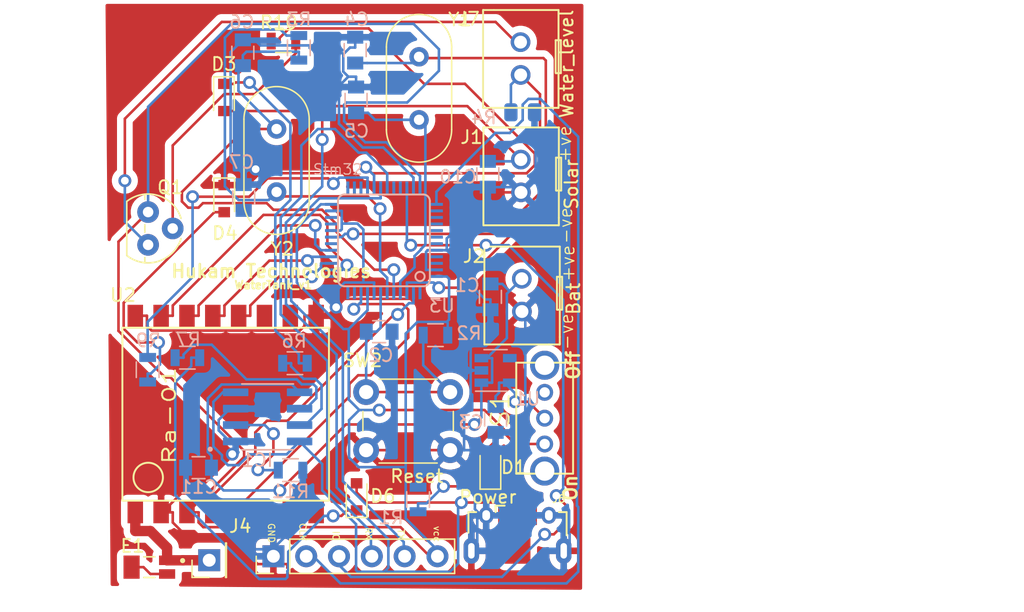
<source format=kicad_pcb>
(kicad_pcb (version 20171130) (host pcbnew 5.1.7-a382d34a8~88~ubuntu18.04.1)
  (layers (0 F.Cu signal) (31 B.Cu signal) (34 B.Paste user) (35 F.Paste user) (36 B.SilkS user) (37 F.SilkS user) (38 B.Mask user) (39 F.Mask user) (44 Edge.Cuts user))
  (net 0 "")
  (net 1 "Net-(AE1-Pad1)")
  (net 2 /RESET)
  (net 3 /PC14)
  (net 4 /PC15)
  (net 5 /OSCIN)
  (net 6 /OSCOUT)
  (net 7 /Supply_Reg)
  (net 8 /BAT_IN)
  (net 9 /Solar_+ve)
  (net 10 /VCC3V3)
  (net 11 /SWIO)
  (net 12 /SWCLK)
  (net 13 "Net-(U1-Pad4)")
  (net 14 /DIO0)
  (net 15 /NSS)
  (net 16 /MISO)
  (net 17 /MOSI)
  (net 18 /SCK)
  (net 19 "Net-(D1-Pad1)")
  (net 20 /Reset_LoRa)
  (net 21 "Net-(U2-Pad10)")
  (net 22 /GND)
  (net 23 "Net-(U2-Pad11)")
  (net 24 "Net-(U2-Pad8)")
  (net 25 "Net-(U2-Pad7)")
  (net 26 "Net-(U3-Pad38)")
  (net 27 "Net-(U3-Pad1)")
  (net 28 "Net-(U3-Pad26)")
  (net 29 "Net-(U3-Pad32)")
  (net 30 "Net-(U3-Pad33)")
  (net 31 "Net-(U3-Pad39)")
  (net 32 "Net-(U3-Pad40)")
  (net 33 "Net-(U3-Pad41)")
  (net 34 "Net-(D4-Pad2)")
  (net 35 "Net-(R9-Pad2)")
  (net 36 "Net-(U2-Pad6)")
  (net 37 "Net-(U3-Pad12)")
  (net 38 "Net-(U3-Pad13)")
  (net 39 /RX)
  (net 40 /TX)
  (net 41 "Net-(U3-Pad27)")
  (net 42 "Net-(D3-Pad1)")
  (net 43 "Net-(D6-Pad1)")
  (net 44 "Net-(IC1-Pad7)")
  (net 45 "Net-(IC1-Pad6)")
  (net 46 "Net-(IC1-Pad2)")
  (net 47 "Net-(Q1-Pad1)")
  (net 48 /Activate)
  (net 49 "Net-(J6-Pad4)")
  (net 50 "Net-(J6-Pad3)")
  (net 51 "Net-(J6-Pad2)")
  (net 52 "Net-(U3-Pad11)")
  (net 53 "Net-(U3-Pad42)")
  (net 54 "Net-(U3-Pad43)")
  (net 55 "Net-(E1-Pad2)")
  (net 56 /frmSensor)
  (net 57 /VCC3V3_Sensor)
  (net 58 "Net-(U3-Pad18)")
  (net 59 "Net-(U3-Pad21)")
  (net 60 "Net-(U3-Pad22)")
  (net 61 "Net-(U3-Pad25)")
  (net 62 "Net-(U3-Pad45)")
  (net 63 "Net-(U3-Pad46)")
  (net 64 "Net-(S1-Pad3)")
  (module Pin_Headers:Pin_Header_Straight_1x06_Pitch2.54mm (layer F.Cu) (at 35.89604 87.16424 90)
    (fp_text reference J4 (at 2.33934 -2.56794 180) (layer F.SilkS))
    (fp_text value Conn_01x06_Female hide)
    (pad 1 thru_hole rect (at 0 0 90) (size 1.7 1.7) (drill 1) (layers *.Cu *.Mask) (net 22 /GND))
    (pad 2 thru_hole oval (at 0 2.54 90) (size 1.7 1.7) (drill 1) (layers *.Cu *.Mask) (net 12 /SWCLK))
    (pad 3 thru_hole oval (at 0 5.08 90) (size 1.7 1.7) (drill 1) (layers *.Cu *.Mask) (net 11 /SWIO))
    (pad 4 thru_hole oval (at 0 7.62 90) (size 1.7 1.7) (drill 1) (layers *.Cu *.Mask) (net 39 /RX))
    (pad 5 thru_hole oval (at 0 10.16 90) (size 1.7 1.7) (drill 1) (layers *.Cu *.Mask) (net 40 /TX))
    (pad 6 thru_hole oval (at 0 12.7 90) (size 1.7 1.7) (drill 1) (layers *.Cu *.Mask) (net 10 /VCC3V3))
  )
  (module Custom_Libraries:TP4056 (layer B.Cu) (at 35.4482 76.3626)
    (fp_text reference IC1 (at -0.795 3.362) (layer B.SilkS) (effects (justify mirror)))
    (fp_text value TP4056 hide)
    (pad 1 smd roundrect (at -2.475 1.905) (size 1.97 0.6) (layers B.Cu B.Paste B.Mask) (roundrect_rratio 0.07000000000000001) (net 22 /GND))
    (pad 2 smd roundrect (at -2.475 0.635) (size 1.97 0.6) (layers B.Cu B.Paste B.Mask) (roundrect_rratio 0.07000000000000001) (net 46 "Net-(IC1-Pad2)"))
    (pad 3 smd roundrect (at -2.475 -0.635) (size 1.97 0.6) (layers B.Cu B.Paste B.Mask) (roundrect_rratio 0.07000000000000001) (net 22 /GND))
    (pad 4 smd roundrect (at -2.475 -1.905) (size 1.97 0.6) (layers B.Cu B.Paste B.Mask) (roundrect_rratio 0.07000000000000001) (net 9 /Solar_+ve))
    (pad 5 smd roundrect (at 2.475 -1.905) (size 1.97 0.6) (layers B.Cu B.Paste B.Mask) (roundrect_rratio 0.07000000000000001) (net 8 /BAT_IN))
    (pad 6 smd roundrect (at 2.475 -0.635) (size 1.97 0.6) (layers B.Cu B.Paste B.Mask) (roundrect_rratio 0.07000000000000001) (net 45 "Net-(IC1-Pad6)"))
    (pad 7 smd roundrect (at 2.475 0.635) (size 1.97 0.6) (layers B.Cu B.Paste B.Mask) (roundrect_rratio 0.07000000000000001) (net 44 "Net-(IC1-Pad7)"))
    (pad 8 smd roundrect (at 2.475 1.905) (size 1.97 0.6) (layers B.Cu B.Paste B.Mask) (roundrect_rratio 0.07000000000000001) (net 9 /Solar_+ve))
  )
  (module Custom_Libraries:XCVR_YC0009AA (layer F.Cu) (at 26.2915 88.0059 180)
    (fp_text reference E1 (at 1.29546 1.64166) (layer F.SilkS))
    (fp_text value YC0009AA hide)
    (pad 1 smd rect (at -1.375 0.53 180) (size 1.25 0.74) (layers F.Cu F.Paste F.Mask) (net 1 "Net-(AE1-Pad1)"))
    (pad 2 smd rect (at 1.375 0 180) (size 1.25 1.8) (layers F.Cu F.Paste F.Mask) (net 55 "Net-(E1-Pad2)"))
    (pad 3 smd rect (at -1.375 -0.53 180) (size 1.25 0.74) (layers F.Cu F.Paste F.Mask) (net 55 "Net-(E1-Pad2)"))
  )
  (module Custom_Libraries:BC547 (layer F.Cu) (at 26.196 61.7642 270)
    (fp_text reference Q1 (at -3.18516 -1.7145 180) (layer F.SilkS))
    (fp_text value BC547 hide)
    (pad 3 thru_hole circle (at 1.27 0 270) (size 1.6764 1.6764) (drill 0.8128) (layers *.Cu *.Mask) (net 57 /VCC3V3_Sensor))
    (pad 1 thru_hole circle (at 0 -1.905 270) (size 1.6764 1.6764) (drill 0.8128) (layers *.Cu *.Mask) (net 47 "Net-(Q1-Pad1)"))
    (pad 2 thru_hole circle (at -1.27 0 270) (size 1.6764 1.6764) (drill 0.8128) (layers *.Cu *.Mask) (net 10 /VCC3V3))
  )
  (module Custom_Libraries:Battery_holder (layer F.Cu) (at 53.5889 48.42 90)
    (fp_text reference J7 (at 2.89812 -2.58062 180) (layer F.SilkS))
    (fp_text value Water_level hide)
    (pad 1 thru_hole circle (at -1.45 1.45 90) (size 1.524 1.524) (drill 1) (layers *.Cu *.Mask) (net 56 /frmSensor))
    (pad 2 thru_hole circle (at 1.09 1.44 90) (size 1.524 1.524) (drill 1) (layers *.Cu *.Mask) (net 57 /VCC3V3_Sensor))
  )
  (module Custom_Libraries:Conn_USBmicro-B_ebay-side_TH (layer F.Cu) (at 54.79604 86.741)
    (fp_text reference J6 (at 3.19026 -4.02844) (layer F.SilkS) (effects (font (size 0.6 0.6) (thickness 0.1))))
    (fp_text value USB3130-XX-X_REVD hide)
    (pad 6 thru_hole oval (at -3.575 0) (size 1.2 2) (drill oval 0.5 1.2) (layers *.Cu *.Mask F.Paste) (net 22 /GND))
    (pad "" smd rect (at 0 0) (size 2 2) (layers F.Cu F.Paste F.Mask))
    (pad 6 thru_hole oval (at 3.575 0) (size 1.2 2) (drill oval 0.5 1.2) (layers *.Cu *.Mask F.Paste) (net 22 /GND))
    (pad 1 smd rect (at -1.3 -2.675) (size 0.4 1.35) (layers F.Cu F.Paste F.Mask) (net 9 /Solar_+ve))
    (pad 2 smd rect (at -0.65 -2.675) (size 0.4 1.35) (layers F.Cu F.Paste F.Mask) (net 51 "Net-(J6-Pad2)"))
    (pad 3 smd rect (at 0 -2.675) (size 0.4 1.35) (layers F.Cu F.Paste F.Mask) (net 50 "Net-(J6-Pad3)"))
    (pad 4 smd rect (at 0.65 -2.675) (size 0.4 1.35) (layers F.Cu F.Paste F.Mask) (net 49 "Net-(J6-Pad4)"))
    (pad 5 smd rect (at 1.3 -2.675) (size 0.4 1.35) (layers F.Cu F.Paste F.Mask) (net 22 /GND))
    (pad 6 thru_hole oval (at -2.425 -2.75) (size 1.1 1.3) (drill oval 0.6 0.8) (layers *.Cu *.Mask) (net 22 /GND))
    (pad 6 thru_hole oval (at 2.425 -2.75) (size 1.1 1.3) (drill oval 0.6 0.8) (layers *.Cu *.Mask) (net 22 /GND))
  )
  (module Custom_Libraries:Battery_holder (layer F.Cu) (at 53.688 66.7512 90)
    (fp_text reference J2 (at 2.84226 -2.26316 180) (layer F.SilkS))
    (fp_text value Battery_input hide)
    (pad 1 thru_hole circle (at -1.45 1.45 90) (size 1.524 1.524) (drill 1) (layers *.Cu *.Mask) (net 22 /GND))
    (pad 2 thru_hole circle (at 1.09 1.44 90) (size 1.524 1.524) (drill 1) (layers *.Cu *.Mask) (net 8 /BAT_IN))
  )
  (module Custom_Libraries:Battery_holder (layer F.Cu) (at 53.6143 57.5183 90)
    (fp_text reference J1 (at 2.82702 -2.37742 180) (layer F.SilkS))
    (fp_text value Solar_input hide)
    (pad 1 thru_hole circle (at -1.45 1.45 90) (size 1.524 1.524) (drill 1) (layers *.Cu *.Mask) (net 22 /GND))
    (pad 2 thru_hole circle (at 1.09 1.44 90) (size 1.524 1.524) (drill 1) (layers *.Cu *.Mask) (net 9 /Solar_+ve))
  )
  (module "Custom_Libraries:STM32(LQFP48)" (layer B.Cu) (at 44.9605 63.1977 90)
    (fp_text reference U3 (at -4.5593 3.98018 180) (layer B.SilkS) (effects (justify mirror)))
    (fp_text value STM32 hide)
    (pad 38 smd rect (at 2.794 3.556 90) (size 0.23 1) (layers B.Cu B.Adhes B.Paste B.Mask) (net 26 "Net-(U3-Pad38)"))
    (pad 1 smd rect (at -3.556 2.286 90) (size 1 0.23) (layers B.Cu B.Adhes B.Paste B.Mask) (net 27 "Net-(U3-Pad1)"))
    (pad 2 smd rect (at -3.556 1.778 90) (size 1 0.23) (layers B.Cu B.Adhes B.Paste B.Mask) (net 20 /Reset_LoRa))
    (pad 3 smd rect (at -3.556 1.27 90) (size 1 0.23) (layers B.Cu B.Adhes B.Paste B.Mask) (net 3 /PC14))
    (pad 4 smd rect (at -3.556 0.762 90) (size 1 0.23) (layers B.Cu B.Adhes B.Paste B.Mask) (net 4 /PC15))
    (pad 5 smd rect (at -3.556 0.254 90) (size 1 0.23) (layers B.Cu B.Adhes B.Paste B.Mask) (net 5 /OSCIN))
    (pad 6 smd rect (at -3.556 -0.254 90) (size 1 0.23) (layers B.Cu B.Adhes B.Paste B.Mask) (net 6 /OSCOUT))
    (pad 7 smd rect (at -3.556 -0.762 90) (size 1 0.23) (layers B.Cu B.Adhes B.Paste B.Mask) (net 2 /RESET))
    (pad 8 smd rect (at -3.556 -1.27 90) (size 1 0.23) (layers B.Cu B.Adhes B.Paste B.Mask) (net 22 /GND))
    (pad 9 smd rect (at -3.556 -1.778 90) (size 1 0.23) (layers B.Cu B.Adhes B.Paste B.Mask) (net 10 /VCC3V3))
    (pad 10 smd rect (at -3.556 -2.286 90) (size 1 0.23) (layers B.Cu B.Adhes B.Paste B.Mask) (net 14 /DIO0))
    (pad 11 smd rect (at -3.556 -2.794 90) (size 1 0.23) (layers B.Cu B.Adhes B.Paste B.Mask) (net 52 "Net-(U3-Pad11)"))
    (pad 12 smd rect (at -3.556 -3.302 90) (size 1 0.23) (layers B.Cu B.Adhes B.Paste B.Mask) (net 37 "Net-(U3-Pad12)"))
    (pad 13 smd rect (at -2.286 -4.572 90) (size 0.23 1) (layers B.Cu B.Adhes B.Paste B.Mask) (net 38 "Net-(U3-Pad13)"))
    (pad 14 smd rect (at -1.778 -4.572 90) (size 0.23 1) (layers B.Cu B.Adhes B.Paste B.Mask) (net 15 /NSS))
    (pad 16 smd rect (at -0.762 -4.572 90) (size 0.23 1) (layers B.Cu B.Adhes B.Paste B.Mask) (net 16 /MISO))
    (pad 17 smd rect (at -0.254 -4.572 90) (size 0.23 1) (layers B.Cu B.Adhes B.Paste B.Mask) (net 17 /MOSI))
    (pad 18 smd rect (at 0.254 -4.572 90) (size 0.23 1) (layers B.Cu B.Adhes B.Paste B.Mask) (net 58 "Net-(U3-Pad18)"))
    (pad 19 smd rect (at 0.762 -4.572 90) (size 0.23 1) (layers B.Cu B.Adhes B.Paste B.Mask) (net 56 /frmSensor))
    (pad 20 smd rect (at 1.27 -4.572 90) (size 0.23 1) (layers B.Cu B.Adhes B.Paste B.Mask) (net 22 /GND))
    (pad 21 smd rect (at 1.778 -4.572 90) (size 0.23 1) (layers B.Cu B.Adhes B.Paste B.Mask) (net 59 "Net-(U3-Pad21)"))
    (pad 22 smd rect (at 2.286 -4.572 90) (size 0.23 1) (layers B.Cu B.Adhes B.Paste B.Mask) (net 60 "Net-(U3-Pad22)"))
    (pad 23 smd rect (at 2.794 -4.572 90) (size 0.23 1) (layers B.Cu B.Adhes B.Paste B.Mask) (net 22 /GND))
    (pad 24 smd rect (at 3.302 -4.572 90) (size 0.23 1) (layers B.Cu B.Adhes B.Paste B.Mask) (net 10 /VCC3V3))
    (pad 26 smd rect (at 4.572 -2.794 90) (size 1 0.23) (layers B.Cu B.Adhes B.Paste B.Mask) (net 28 "Net-(U3-Pad26)"))
    (pad 27 smd rect (at 4.572 -2.286 90) (size 1 0.23) (layers B.Cu B.Adhes B.Paste B.Mask) (net 41 "Net-(U3-Pad27)"))
    (pad 28 smd rect (at 4.572 -1.778 90) (size 1 0.23) (layers B.Cu B.Adhes B.Paste B.Mask) (net 35 "Net-(R9-Pad2)"))
    (pad 29 smd rect (at 4.572 -1.27 90) (size 1 0.23) (layers B.Cu B.Adhes B.Paste B.Mask) (net 48 /Activate))
    (pad 30 smd rect (at 4.572 -0.762 90) (size 1 0.23) (layers B.Cu B.Adhes B.Paste B.Mask) (net 40 /TX))
    (pad 31 smd rect (at 4.572 -0.254 90) (size 1 0.23) (layers B.Cu B.Adhes B.Paste B.Mask) (net 39 /RX))
    (pad 32 smd rect (at 4.572 0.254 90) (size 1 0.23) (layers B.Cu B.Adhes B.Paste B.Mask) (net 29 "Net-(U3-Pad32)"))
    (pad 33 smd rect (at 4.572 0.762 90) (size 1 0.23) (layers B.Cu B.Adhes B.Paste B.Mask) (net 30 "Net-(U3-Pad33)"))
    (pad 34 smd rect (at 4.572 1.27 90) (size 1 0.23) (layers B.Cu B.Adhes B.Paste B.Mask) (net 11 /SWIO))
    (pad 35 smd rect (at 4.572 1.778 90) (size 1 0.23) (layers B.Cu B.Adhes B.Paste B.Mask) (net 22 /GND))
    (pad 36 smd rect (at 4.572 2.286 90) (size 1 0.23) (layers B.Cu B.Adhes B.Paste B.Mask) (net 10 /VCC3V3))
    (pad 37 smd rect (at 3.302 3.556 90) (size 0.23 1) (layers B.Cu B.Adhes B.Paste B.Mask) (net 12 /SWCLK))
    (pad 39 smd rect (at 2.286 3.556 90) (size 0.23 1) (layers B.Cu B.Adhes B.Paste B.Mask) (net 31 "Net-(U3-Pad39)"))
    (pad 40 smd rect (at 1.778 3.556 90) (size 0.23 1) (layers B.Cu B.Adhes B.Paste B.Mask) (net 32 "Net-(U3-Pad40)"))
    (pad 41 smd rect (at 1.27 3.556 90) (size 0.23 1) (layers B.Cu B.Adhes B.Paste B.Mask) (net 33 "Net-(U3-Pad41)"))
    (pad 42 smd rect (at 0.762 3.556 90) (size 0.23 1) (layers B.Cu B.Adhes B.Paste B.Mask) (net 53 "Net-(U3-Pad42)"))
    (pad 43 smd rect (at 0.254 3.556 90) (size 0.23 1) (layers B.Cu B.Adhes B.Paste B.Mask) (net 54 "Net-(U3-Pad43)"))
    (pad 44 smd rect (at -0.254 3.556 90) (size 0.23 1) (layers B.Cu B.Adhes B.Paste B.Mask) (net 22 /GND))
    (pad 45 smd rect (at -0.762 3.556 90) (size 0.23 1) (layers B.Cu B.Adhes B.Paste B.Mask) (net 62 "Net-(U3-Pad45)"))
    (pad 46 smd rect (at -1.27 3.556 90) (size 0.23 1) (layers B.Cu B.Adhes B.Paste B.Mask) (net 63 "Net-(U3-Pad46)"))
    (pad 47 smd rect (at -1.778 3.556 90) (size 0.23 1) (layers B.Cu B.Adhes B.Paste B.Mask) (net 22 /GND))
    (pad 48 smd rect (at -2.286 3.556 90) (size 0.23 1) (layers B.Cu B.Adhes B.Paste B.Mask) (net 10 /VCC3V3))
    (pad 25 smd rect (at 4.572 -3.302 90) (size 1 0.23) (layers B.Cu B.Adhes B.Paste B.Mask) (net 61 "Net-(U3-Pad25)"))
    (pad 15 smd rect (at -1.27 -4.572 90) (size 0.23 1) (layers B.Cu B.Adhes B.Paste B.Mask) (net 18 /SCK))
  )
  (module Resistors_SMD:R_0805 (layer B.Cu) (at 26.162 72.71 90)
    (fp_text reference R9 (at 2.26568 0.0635 180) (layer B.SilkS) (effects (justify mirror)))
    (fp_text value "510 R" hide)
    (pad 1 smd rect (at -0.95 0 90) (size 0.7 1.3) (layers B.Cu B.Paste B.Mask) (net 34 "Net-(D4-Pad2)"))
    (pad 2 smd rect (at 0.95 0 90) (size 0.7 1.3) (layers B.Cu B.Paste B.Mask) (net 35 "Net-(R9-Pad2)"))
  )
  (module Diodes_SMD:D_0805 (layer F.Cu) (at 32.0878 59.4548 270)
    (fp_text reference D4 (at 2.67618 -0.0508 180) (layer F.SilkS))
    (fp_text value Bat_Low hide)
    (pad 1 smd rect (at -1.05 0 270) (size 0.8 0.9) (layers F.Cu F.Paste F.Mask) (net 22 /GND))
    (pad 2 smd rect (at 1.05 0 270) (size 0.8 0.9) (layers F.Cu F.Paste F.Mask) (net 34 "Net-(D4-Pad2)"))
  )
  (module Custom_Libraries:LoRa (layer F.Cu) (at 32.2047 80.2564 90)
    (fp_text reference U2 (at 13.3274 -7.95278 180) (layer F.SilkS))
    (fp_text value Ra-01 (at 3.99 -4.38 90) (layer F.SilkS) (effects (font (size 1 1.5))))
    (pad 16 smd rect (at 11.73 -7 90) (size 1.7 1.2) (layers F.Cu F.Adhes F.Paste F.Mask) (net 22 /GND))
    (pad 15 smd rect (at 11.73 -5 90) (size 1.7 1.2) (layers F.Cu F.Adhes F.Paste F.Mask) (net 15 /NSS))
    (pad 14 smd rect (at 11.73 -3 90) (size 1.7 1.2) (layers F.Cu F.Adhes F.Paste F.Mask) (net 17 /MOSI))
    (pad 13 smd rect (at 11.73 -1 90) (size 1.7 1.2) (layers F.Cu F.Adhes F.Paste F.Mask) (net 16 /MISO))
    (pad 12 smd rect (at 11.73 1 90) (size 1.7 1.2) (layers F.Cu F.Adhes F.Paste F.Mask) (net 18 /SCK))
    (pad 11 smd rect (at 11.73 3 90) (size 1.7 1.2) (layers F.Cu F.Adhes F.Paste F.Mask) (net 23 "Net-(U2-Pad11)"))
    (pad 10 smd rect (at 11.73 5 90) (size 1.7 1.2) (layers F.Cu F.Adhes F.Paste F.Mask) (net 21 "Net-(U2-Pad10)"))
    (pad 9 smd rect (at 11.73 7 90) (size 1.7 1.2) (layers F.Cu F.Adhes F.Paste F.Mask) (net 22 /GND))
    (pad 8 smd rect (at -3.5 7 90) (size 1.7 1.2) (layers F.Cu F.Adhes F.Paste F.Mask) (net 24 "Net-(U2-Pad8)"))
    (pad 7 smd rect (at -3.5 5 90) (size 1.7 1.2) (layers F.Cu F.Adhes F.Paste F.Mask) (net 25 "Net-(U2-Pad7)"))
    (pad 6 smd rect (at -3.5 3 90) (size 1.7 1.2) (layers F.Cu F.Adhes F.Paste F.Mask) (net 36 "Net-(U2-Pad6)"))
    (pad 5 smd rect (at -3.5 1 90) (size 1.7 1.2) (layers F.Cu F.Adhes F.Paste F.Mask) (net 14 /DIO0))
    (pad 4 smd rect (at -3.5 -1 90) (size 1.7 1.2) (layers F.Cu F.Adhes F.Paste F.Mask) (net 20 /Reset_LoRa))
    (pad 3 smd rect (at -3.5 -3 90) (size 1.7 1.2) (layers F.Cu F.Adhes F.Paste F.Mask) (net 10 /VCC3V3))
    (pad 2 smd rect (at -3.5 -5 90) (size 1.7 1.2) (layers F.Cu F.Adhes F.Paste F.Mask) (net 22 /GND))
    (pad 1 smd rect (at -3.5 -7 90) (size 1.7 1.2) (layers F.Cu F.Adhes F.Paste F.Mask) (net 1 "Net-(AE1-Pad1)"))
  )
  (module Pin_Headers:Pin_Header_Straight_1x01_Pitch2.54mm (layer F.Cu) (at 30.927 87.47 90)
    (fp_text reference AE1 hide)
    (fp_text value Antenna hide)
    (pad 1 thru_hole rect (at 0 0 90) (size 1.7 1.7) (drill 1) (layers *.Cu *.Mask) (net 1 "Net-(AE1-Pad1)"))
  )
  (module Capacitors_SMD:C_0805 (layer B.Cu) (at 44.0842 69.7611 180)
    (fp_text reference C2 (at -0.13386 -1.8288) (layer B.SilkS) (effects (justify mirror)))
    (fp_text value 1.0uf hide)
    (pad 1 smd rect (at -1 0 180) (size 1 1.25) (layers B.Cu B.Paste B.Mask) (net 22 /GND))
    (pad 2 smd rect (at 1 0 180) (size 1 1.25) (layers B.Cu B.Paste B.Mask) (net 2 /RESET))
  )
  (module Capacitors_SMD:C_0805 (layer B.Cu) (at 42.2275 47.9476 90)
    (fp_text reference C4 (at 2.39014 0.10414 180) (layer B.SilkS) (effects (justify mirror)))
    (fp_text value 20pf hide)
    (pad 1 smd rect (at -1 0 90) (size 1 1.25) (layers B.Cu B.Paste B.Mask) (net 3 /PC14))
    (pad 2 smd rect (at 1 0 90) (size 1 1.25) (layers B.Cu B.Paste B.Mask) (net 22 /GND))
  )
  (module Capacitors_SMD:C_0805 (layer B.Cu) (at 42.2961 51.8058 90)
    (fp_text reference C5 (at -2.41554 0.03556 180) (layer B.SilkS) (effects (justify mirror)))
    (fp_text value 20pf hide)
    (pad 2 smd rect (at 1 0 90) (size 1 1.25) (layers B.Cu B.Paste B.Mask) (net 22 /GND))
    (pad 1 smd rect (at -1 0 90) (size 1 1.25) (layers B.Cu B.Paste B.Mask) (net 4 /PC15))
  )
  (module Capacitors_SMD:C_0805 (layer B.Cu) (at 33.5305 48.1508 90)
    (fp_text reference C6 (at 2.3876 -0.07366 180) (layer B.SilkS) (effects (justify mirror)))
    (fp_text value 20pf hide)
    (pad 2 smd rect (at 1 0 90) (size 1 1.25) (layers B.Cu B.Paste B.Mask) (net 22 /GND))
    (pad 1 smd rect (at -1 0 90) (size 1 1.25) (layers B.Cu B.Paste B.Mask) (net 5 /OSCIN))
  )
  (module Capacitors_SMD:C_0805 (layer B.Cu) (at 33.596 59.3642 90)
    (fp_text reference C7 (at 2.73558 -0.15494 180) (layer B.SilkS) (effects (justify mirror)))
    (fp_text value 20pf hide)
    (pad 1 smd rect (at -1 0 90) (size 1 1.25) (layers B.Cu B.Paste B.Mask) (net 6 /OSCOUT))
    (pad 2 smd rect (at 1 0 90) (size 1 1.25) (layers B.Cu B.Paste B.Mask) (net 22 /GND))
  )
  (module Capacitors_SMD:C_0805 (layer B.Cu) (at 52.696 67.0642 90)
    (fp_text reference C1 (at 0.9 -1.8 180) (layer B.SilkS) (effects (justify mirror)))
    (fp_text value "100 nf" hide)
    (pad 2 smd rect (at 1 0 90) (size 1 1.25) (layers B.Cu B.Paste B.Mask) (net 8 /BAT_IN))
    (pad 1 smd rect (at -1 0 90) (size 1 1.25) (layers B.Cu B.Paste B.Mask) (net 22 /GND))
  )
  (module Capacitors_SMD:C_0805 (layer B.Cu) (at 53.096 76.5642 90)
    (fp_text reference C3 (at -0.2 -1.9 180) (layer B.SilkS) (effects (justify mirror)))
    (fp_text value "100 nf" hide)
    (pad 2 smd rect (at 1 0 90) (size 1 1.25) (layers B.Cu B.Paste B.Mask) (net 7 /Supply_Reg))
    (pad 1 smd rect (at -1 0 90) (size 1 1.25) (layers B.Cu B.Paste B.Mask) (net 22 /GND))
  )
  (module Diodes_SMD:D_0805 (layer F.Cu) (at 52.696 80.3642 90)
    (fp_text reference D1 (at 0.1 1.8) (layer F.SilkS))
    (fp_text value Pwr_L.E.D hide)
    (pad 1 smd rect (at -1.05 0 90) (size 0.8 0.9) (layers F.Cu F.Paste F.Mask) (net 19 "Net-(D1-Pad1)"))
    (pad 2 smd rect (at 1.05 0 90) (size 0.8 0.9) (layers F.Cu F.Paste F.Mask) (net 10 /VCC3V3))
  )
  (module Resistors_SMD:R_0805 (layer B.Cu) (at 48.4429 70.0329 180)
    (fp_text reference R2 (at -2.59588 0.1524 180) (layer B.SilkS) (effects (justify mirror)))
    (fp_text value 10K hide)
    (pad 2 smd rect (at 0.95 0 180) (size 0.7 1.3) (layers B.Cu B.Paste B.Mask) (net 2 /RESET))
    (pad 1 smd rect (at -0.95 0 180) (size 0.7 1.3) (layers B.Cu B.Paste B.Mask) (net 10 /VCC3V3))
  )
  (module Resistors_SMD:R_0805 (layer B.Cu) (at 37.8638 47.7698 90)
    (fp_text reference R3 (at 2.2098 -0.00254) (layer B.SilkS) (effects (justify mirror)))
    (fp_text value 1M hide)
    (pad 1 smd rect (at -0.95 0 90) (size 0.7 1.3) (layers B.Cu B.Paste B.Mask) (net 5 /OSCIN))
    (pad 2 smd rect (at 0.95 0 90) (size 0.7 1.3) (layers B.Cu B.Paste B.Mask) (net 6 /OSCOUT))
  )
  (module Resistors_SMD:R_0805 (layer B.Cu) (at 47.096 82.7642 90)
    (fp_text reference R1 (at -1.4 -2.1 180) (layer B.SilkS) (effects (justify mirror)))
    (fp_text value "510 R" hide)
    (pad 2 smd rect (at 0.95 0 90) (size 0.7 1.3) (layers B.Cu B.Paste B.Mask) (net 22 /GND))
    (pad 1 smd rect (at -0.95 0 90) (size 0.7 1.3) (layers B.Cu B.Paste B.Mask) (net 19 "Net-(D1-Pad1)"))
  )
  (module TO_SOT_Packages_SMD:SOT-23-5 (layer B.Cu) (at 53.096 72.7642)
    (fp_text reference U1 (at 2.45364 2.20218) (layer B.SilkS) (effects (justify mirror)))
    (fp_text value APK2112.K-3.3 hide)
    (pad 1 smd rect (at -1.1 0.95) (size 1.06 0.65) (layers B.Cu B.Paste B.Mask) (net 8 /BAT_IN))
    (pad 2 smd rect (at -1.1 0) (size 1.06 0.65) (layers B.Cu B.Paste B.Mask) (net 22 /GND))
    (pad 3 smd rect (at -1.1 -0.95) (size 1.06 0.65) (layers B.Cu B.Paste B.Mask) (net 8 /BAT_IN))
    (pad 4 smd rect (at 1.1 -0.95) (size 1.06 0.65) (layers B.Cu B.Paste B.Mask) (net 13 "Net-(U1-Pad4)"))
    (pad 5 smd rect (at 1.1 0.95) (size 1.06 0.65) (layers B.Cu B.Paste B.Mask) (net 7 /Supply_Reg))
  )
  (module Crystals:Crystal_HC49-4H_Vertical (layer F.Cu) (at 47.1703 48.4657 270)
    (fp_text reference Y1 (at -2.89052 -3.16738 180) (layer F.SilkS))
    (fp_text value 32.768K hide)
    (pad 2 thru_hole circle (at 4.88 0 270) (size 1.5 1.5) (drill 0.8) (layers *.Cu *.Mask) (net 4 /PC15))
    (pad 1 thru_hole circle (at 0 0 270) (size 1.5 1.5) (drill 0.8) (layers *.Cu *.Mask) (net 3 /PC14))
  )
  (module Crystals:Crystal_HC49-4H_Vertical (layer F.Cu) (at 36.1417 54.0588 270)
    (fp_text reference Y2 (at 9.29134 -0.4343 unlocked) (layer F.SilkS))
    (fp_text value 8Mhz hide)
    (pad 1 thru_hole circle (at 0 0 270) (size 1.5 1.5) (drill 0.8) (layers *.Cu *.Mask) (net 5 /OSCIN))
    (pad 2 thru_hole circle (at 4.88 0 270) (size 1.5 1.5) (drill 0.8) (layers *.Cu *.Mask) (net 6 /OSCOUT))
  )
  (module Buttons_Switches_THT:SW_PUSH_6mm_h5mm (layer F.Cu) (at 49.5757 78.9407 180)
    (fp_text reference SW2 (at 6.77418 6.95452) (layer F.SilkS))
    (fp_text value SW_Push hide)
    (pad 1 thru_hole circle (at 6.5 0 270) (size 2 2) (drill 1.1) (layers *.Cu *.Mask) (net 22 /GND))
    (pad 2 thru_hole circle (at 6.5 4.5 270) (size 2 2) (drill 1.1) (layers *.Cu *.Mask) (net 2 /RESET))
    (pad 1 thru_hole circle (at 0 0 270) (size 2 2) (drill 1.1) (layers *.Cu *.Mask) (net 22 /GND))
    (pad 2 thru_hole circle (at 0 4.5 270) (size 2 2) (drill 1.1) (layers *.Cu *.Mask) (net 2 /RESET))
  )
  (module Capacitors_SMD:C_0805 (layer B.Cu) (at 52.496 57.5642 270)
    (fp_text reference C10 (at 0.2 2.3 180) (layer B.SilkS) (effects (justify mirror)))
    (fp_text value 10uf hide)
    (pad 1 smd rect (at -1 0 270) (size 1 1.25) (layers B.Cu B.Paste B.Mask) (net 9 /Solar_+ve))
    (pad 2 smd rect (at 1 0 270) (size 1 1.25) (layers B.Cu B.Paste B.Mask) (net 22 /GND))
  )
  (module Capacitors_SMD:C_0805 (layer B.Cu) (at 30.1008 80.2996)
    (fp_text reference C11 (at 0 1.5) (layer B.SilkS) (effects (justify mirror)))
    (fp_text value 10uf hide)
    (pad 2 smd rect (at 1 0) (size 1 1.25) (layers B.Cu B.Paste B.Mask) (net 8 /BAT_IN))
    (pad 1 smd rect (at -1 0) (size 1 1.25) (layers B.Cu B.Paste B.Mask) (net 22 /GND))
  )
  (module Diodes_SMD:D_0805 (layer F.Cu) (at 32.065 51.6153 270)
    (fp_text reference D3 (at -2.58572 0 180) (layer F.SilkS))
    (fp_text value Pwr_L.E.D hide)
    (pad 1 smd rect (at -1.05 0 270) (size 0.8 0.9) (layers F.Cu F.Paste F.Mask) (net 42 "Net-(D3-Pad1)"))
    (pad 2 smd rect (at 1.05 0 270) (size 0.8 0.9) (layers F.Cu F.Paste F.Mask) (net 9 /Solar_+ve))
  )
  (module Diodes_SMD:D_0805 (layer F.Cu) (at 42.3367 82.5602 90)
    (fp_text reference D6 (at 0.0635 2.032 180) (layer F.SilkS))
    (fp_text value Pwr_L.E.D hide)
    (pad 2 smd rect (at 1.05 0 90) (size 0.8 0.9) (layers F.Cu F.Paste F.Mask) (net 9 /Solar_+ve))
    (pad 1 smd rect (at -1.05 0 90) (size 0.8 0.9) (layers F.Cu F.Paste F.Mask) (net 43 "Net-(D6-Pad1)"))
  )
  (module Resistors_SMD:R_0805 (layer B.Cu) (at 37.564 72.2071)
    (fp_text reference R6 (at -0.05838 -1.71704) (layer B.SilkS) (effects (justify mirror)))
    (fp_text value 1K hide)
    (pad 1 smd rect (at -0.95 0) (size 0.7 1.3) (layers B.Cu B.Paste B.Mask) (net 44 "Net-(IC1-Pad7)"))
    (pad 2 smd rect (at 0.95 0) (size 0.7 1.3) (layers B.Cu B.Paste B.Mask) (net 42 "Net-(D3-Pad1)"))
  )
  (module Resistors_SMD:R_0805 (layer B.Cu) (at 29.2379 71.7779)
    (fp_text reference R7 (at 0.06096 -1.4097) (layer B.SilkS) (effects (justify mirror)))
    (fp_text value 1K hide)
    (pad 2 smd rect (at 0.95 0) (size 0.7 1.3) (layers B.Cu B.Paste B.Mask) (net 43 "Net-(D6-Pad1)"))
    (pad 1 smd rect (at -0.95 0) (size 0.7 1.3) (layers B.Cu B.Paste B.Mask) (net 45 "Net-(IC1-Pad6)"))
  )
  (module Resistors_SMD:R_0805 (layer F.Cu) (at 36.675 47.2465)
    (fp_text reference R10 (at -0.3683 -1.4351) (layer F.SilkS))
    (fp_text value 1K hide)
    (pad 2 smd rect (at 0.95 0) (size 0.7 1.3) (layers F.Cu F.Paste F.Mask) (net 47 "Net-(Q1-Pad1)"))
    (pad 1 smd rect (at -0.95 0) (size 0.7 1.3) (layers F.Cu F.Paste F.Mask) (net 48 /Activate))
  )
  (module Resistors_SMD:R_0805 (layer B.Cu) (at 37.2237 80.4901)
    (fp_text reference R11 (at 0 1.65) (layer B.SilkS) (effects (justify mirror)))
    (fp_text value 510R hide)
    (pad 2 smd rect (at 0.95 0) (size 0.7 1.3) (layers B.Cu B.Paste B.Mask) (net 22 /GND))
    (pad 1 smd rect (at -0.95 0) (size 0.7 1.3) (layers B.Cu B.Paste B.Mask) (net 46 "Net-(IC1-Pad2)"))
  )
  (module Resistors_SMD:R_0805_2012Metric (layer B.Cu) (at 55.196 52.7642)
    (fp_text reference R4 (at -3 0.4) (layer B.SilkS) (effects (justify mirror)))
    (fp_text value 1k hide)
    (pad 1 smd roundrect (at -0.9125 0) (size 1.025 1.4) (layers B.Cu B.Paste B.Mask) (roundrect_rratio 0.2439014634146341) (net 56 /frmSensor))
    (pad 2 smd roundrect (at 0.9125 0) (size 1.025 1.4) (layers B.Cu B.Paste B.Mask) (roundrect_rratio 0.2439014634146341) (net 22 /GND))
  )
  (module Custom_Libraries:slide_switch_SPDT (layer F.Cu) (at 56.89604 76.46424 90)
    (fp_text reference S1 (at 0.635 -3.429 90) (layer F.SilkS) (effects (font (size 1.4 1.4))))
    (fp_text value OS102011MA1QN1 hide)
    (pad 1 thru_hole circle (at -2 0 90) (size 1.308 1.308) (drill 0.8) (layers *.Cu *.Mask) (net 10 /VCC3V3))
    (pad 2 thru_hole circle (at 0 0 90) (size 1.308 1.308) (drill 0.8) (layers *.Cu *.Mask) (net 7 /Supply_Reg))
    (pad 3 thru_hole circle (at 2 0 90) (size 1.308 1.308) (drill 0.8) (layers *.Cu *.Mask) (net 64 "Net-(S1-Pad3)"))
    (pad NC@1 thru_hole circle (at -4.1 0 90) (size 2.25 2.25) (drill 1.5) (layers *.Cu *.Mask))
    (pad NC@2 thru_hole circle (at 4.1 0 90) (size 2.25 2.25) (drill 1.5) (layers *.Cu *.Mask))
  )
  (gr_text Water_level (at 58.59526 49.01946 90) (layer F.SilkS) (effects (font (size 1 1))))
  (gr_text RX (at 43.2689 85.39734 270) (layer F.SilkS) (effects (font (size 0.5 0.5) (thickness 0.08))))
  (gr_text TX (at 45.76572 85.471 270) (layer F.SilkS) (effects (font (size 0.5 0.5) (thickness 0.08))))
  (gr_text +ve (at 58.4454 55.2069 90) (layer F.SilkS) (effects (font (size 1 1) (thickness 0.1))))
  (gr_text -ve (at 58.5216 61.54674 90) (layer F.SilkS) (effects (font (size 1 1) (thickness 0.1))))
  (gr_text Solar (at 58.96864 58.34126 90) (layer F.SilkS) (effects (font (size 1 1))))
  (gr_text +ve (at 58.69604 64.46424 90) (layer F.SilkS) (effects (font (size 1 1) (thickness 0.1))))
  (gr_text GND (at 35.73272 85.36178 270) (layer F.SilkS) (effects (font (size 0.5 0.5) (thickness 0.08))))
  (gr_text CLK (at 38.16096 85.28812 270) (layer F.SilkS) (effects (font (size 0.5 0.5) (thickness 0.08))))
  (gr_text IO (at 40.73144 85.58276 270) (layer F.SilkS) (effects (font (size 0.5 0.5) (thickness 0.08))))
  (gr_text vcc (at 48.55972 85.43544 270) (layer F.SilkS) (effects (font (size 0.5 0.5) (thickness 0.08))))
  (gr_text On (at 58.89604 81.86424 90) (layer F.SilkS) (effects (font (size 1 1) (thickness 0.2))))
  (gr_text Off (at 59.09604 72.36424 90) (layer F.SilkS) (effects (font (size 1 1) (thickness 0.2))))
  (gr_text -ve (at 58.59604 69.76424 90) (layer F.SilkS) (effects (font (size 1 1) (thickness 0.1))))
  (gr_text Bat (at 59.1185 67.21348 90) (layer F.SilkS) (effects (font (size 1 1))))
  (gr_text Reset (at 46.99604 80.96424) (layer F.SilkS) (effects (font (size 1 1))))
  (gr_text Stm32 (at 40.87114 57.18556) (layer B.SilkS) (effects (font (size 0.8 0.8) (thickness 0.1))))
  (gr_text Power (at 52.49604 82.56424) (layer F.SilkS) (effects (font (size 1 1))))
  (gr_text WaterTank_v1 (at 35.88512 66.14668) (layer F.SilkS) (effects (font (size 0.6 0.6))))
  (gr_text "Hukam Technologies\n" (at 35.7251 65.0748) (layer F.SilkS) (effects (font (size 1 1) (thickness 0.2))))
  (segment (start 27.6665 87.4759) (end 27.6665 86.5056) (width 0.8) (layer F.Cu) (net 1))
  (segment (start 25.2047 83.7564) (end 25.2047 85.2067) (width 0.8) (layer F.Cu) (net 1))
  (segment (start 25.2047 85.2067) (end 26.3676 85.2067) (width 0.8) (layer F.Cu) (net 1))
  (segment (start 26.3676 85.2067) (end 27.6665 86.5056) (width 0.8) (layer F.Cu) (net 1))
  (segment (start 27.6665 87.4759) (end 28.8918 87.4759) (width 0.8) (layer F.Cu) (net 1))
  (segment (start 30.927 87.47) (end 28.8977 87.47) (width 0.8) (layer F.Cu) (net 1))
  (segment (start 28.8977 87.47) (end 28.8918 87.4759) (width 0.8) (layer F.Cu) (net 1))
  (segment (start 43.0842 69.7611) (end 43.8845 69.7611) (width 0.2) (layer B.Cu) (net 2))
  (segment (start 44.1985 66.7537) (end 44.1985 69.4471) (width 0.2) (layer B.Cu) (net 2))
  (segment (start 44.1985 69.4471) (end 43.8845 69.7611) (width 0.2) (layer B.Cu) (net 2))
  (segment (start 43.0757 74.4407) (end 43.0757 70.6949) (width 0.2) (layer B.Cu) (net 2))
  (segment (start 43.0757 70.6949) (end 43.0842 70.6864) (width 0.2) (layer B.Cu) (net 2))
  (segment (start 43.0842 69.7611) (end 43.0842 69.8574) (width 0.2) (layer B.Cu) (net 2))
  (segment (start 43.0842 70.2237) (end 43.0842 70.6864) (width 0.2) (layer B.Cu) (net 2))
  (segment (start 43.0842 70.2237) (end 43.0842 69.8574) (width 0.2) (layer B.Cu) (net 2))
  (segment (start 49.5757 74.4407) (end 43.0757 74.4407) (width 0.2) (layer F.Cu) (net 2))
  (segment (start 49.5757 74.4407) (end 47.4929 72.3579) (width 0.2) (layer B.Cu) (net 2))
  (segment (start 47.4929 72.3579) (end 47.4929 70.0329) (width 0.2) (layer B.Cu) (net 2))
  (segment (start 46.2305 66.7537) (end 46.2305 65.9534) (width 0.2) (layer B.Cu) (net 3))
  (segment (start 48.6959 66.3576) (end 48.2917 65.9534) (width 0.2) (layer B.Cu) (net 3))
  (segment (start 48.2917 65.9534) (end 46.2305 65.9534) (width 0.2) (layer B.Cu) (net 3))
  (segment (start 43.1528 48.9476) (end 46.6884 48.9476) (width 0.2) (layer B.Cu) (net 3))
  (segment (start 46.6884 48.9476) (end 47.1703 48.4657) (width 0.2) (layer B.Cu) (net 3))
  (segment (start 42.2275 48.9476) (end 43.1528 48.9476) (width 0.2) (layer B.Cu) (net 3))
  (via (at 48.6959 66.3576) (size 1) (layers F.Cu B.Cu) (net 3))
  (segment (start 47.26884 48.56424) (end 47.1703 48.4657) (width 0.2) (layer F.Cu) (net 3))
  (segment (start 56.79604 48.56424) (end 47.26884 48.56424) (width 0.2) (layer F.Cu) (net 3))
  (segment (start 56.9848 48.753) (end 56.79604 48.56424) (width 0.2) (layer F.Cu) (net 3))
  (segment (start 48.6959 66.3576) (end 50.1988 66.3576) (width 0.2) (layer F.Cu) (net 3))
  (segment (start 56.9848 59.5716) (end 56.9848 48.753) (width 0.2) (layer F.Cu) (net 3))
  (segment (start 50.1988 66.3576) (end 56.9848 59.5716) (width 0.2) (layer F.Cu) (net 3))
  (segment (start 45.7225 66.7537) (end 45.7225 65.875) (width 0.2) (layer B.Cu) (net 4))
  (segment (start 45.7225 65.875) (end 46.822 64.7755) (width 0.2) (layer B.Cu) (net 4))
  (segment (start 46.822 64.7755) (end 46.822 63.9015) (width 0.2) (layer B.Cu) (net 4))
  (segment (start 46.822 63.9015) (end 47.3291 63.3944) (width 0.2) (layer B.Cu) (net 4))
  (segment (start 47.3291 63.3944) (end 47.3291 63.356) (width 0.2) (layer B.Cu) (net 4))
  (segment (start 47.3291 63.356) (end 47.6618 63.0233) (width 0.2) (layer B.Cu) (net 4))
  (segment (start 47.6618 63.0233) (end 47.6618 53.8372) (width 0.2) (layer B.Cu) (net 4))
  (segment (start 47.6618 53.8372) (end 47.1703 53.3457) (width 0.2) (layer B.Cu) (net 4))
  (segment (start 43.2214 52.8058) (end 43.7613 53.3457) (width 0.2) (layer B.Cu) (net 4))
  (segment (start 43.7613 53.3457) (end 47.1703 53.3457) (width 0.2) (layer B.Cu) (net 4))
  (segment (start 42.2961 52.8058) (end 43.2214 52.8058) (width 0.2) (layer B.Cu) (net 4))
  (segment (start 45.2145 64.9626) (end 43.7086 64.9626) (width 0.2) (layer F.Cu) (net 5))
  (segment (start 43.7086 64.9626) (end 40.7921 62.0461) (width 0.2) (layer F.Cu) (net 5))
  (segment (start 40.7921 62.0461) (end 40.7921 61.4434) (width 0.2) (layer F.Cu) (net 5))
  (segment (start 40.7921 61.4434) (end 39.6642 60.3155) (width 0.2) (layer F.Cu) (net 5))
  (segment (start 39.6642 60.3155) (end 35.8936 60.3155) (width 0.2) (layer F.Cu) (net 5))
  (segment (start 35.8936 60.3155) (end 35.3825 59.8044) (width 0.2) (layer F.Cu) (net 5))
  (segment (start 35.3825 59.8044) (end 30.4399 59.8044) (width 0.2) (layer F.Cu) (net 5))
  (segment (start 30.4399 59.8044) (end 30.0896 60.1547) (width 0.2) (layer F.Cu) (net 5))
  (segment (start 30.0896 60.1547) (end 29.2976 60.1547) (width 0.2) (layer F.Cu) (net 5))
  (segment (start 29.2976 60.1547) (end 28.812 59.6691) (width 0.2) (layer F.Cu) (net 5))
  (segment (start 28.812 59.6691) (end 28.812 58.9402) (width 0.2) (layer F.Cu) (net 5))
  (segment (start 28.812 58.9402) (end 33.6934 54.0588) (width 0.2) (layer F.Cu) (net 5))
  (segment (start 33.6934 54.0588) (end 36.1417 54.0588) (width 0.2) (layer F.Cu) (net 5))
  (segment (start 45.2145 64.9626) (end 45.2145 66.7537) (width 0.2) (layer B.Cu) (net 5))
  (segment (start 36.1417 54.0588) (end 33.1901 51.1072) (width 0.2) (layer B.Cu) (net 5))
  (segment (start 33.1901 51.1072) (end 33.1901 49.4912) (width 0.2) (layer B.Cu) (net 5))
  (segment (start 33.1901 49.4912) (end 33.5305 49.1508) (width 0.2) (layer B.Cu) (net 5))
  (segment (start 37.8638 48.0695) (end 33.8115 48.0695) (width 0.2) (layer B.Cu) (net 5))
  (segment (start 33.8115 48.0695) (end 33.5305 48.3505) (width 0.2) (layer B.Cu) (net 5))
  (segment (start 37.8638 48.7198) (end 37.8638 48.0695) (width 0.2) (layer B.Cu) (net 5))
  (segment (start 33.5305 49.1508) (end 33.5305 48.3505) (width 0.2) (layer B.Cu) (net 5))
  (via (at 45.2145 64.9626) (size 1) (layers F.Cu B.Cu) (net 5))
  (segment (start 44.1565 60.2375) (end 43.2004 59.2814) (width 0.2) (layer F.Cu) (net 6))
  (segment (start 43.2004 59.2814) (end 36.4843 59.2814) (width 0.2) (layer F.Cu) (net 6))
  (segment (start 36.4843 59.2814) (end 36.1417 58.9388) (width 0.2) (layer F.Cu) (net 6))
  (segment (start 44.7065 66.7537) (end 44.7065 65.5864) (width 0.2) (layer B.Cu) (net 6))
  (segment (start 44.7065 65.5864) (end 44.1565 65.0364) (width 0.2) (layer B.Cu) (net 6))
  (segment (start 44.1565 65.0364) (end 44.1565 60.2375) (width 0.2) (layer B.Cu) (net 6))
  (segment (start 33.596 59.5639) (end 33.1958 59.5639) (width 0.2) (layer B.Cu) (net 6))
  (segment (start 33.1958 59.5639) (end 32.1399 58.508) (width 0.2) (layer B.Cu) (net 6))
  (segment (start 32.1399 58.508) (end 32.1399 46.9864) (width 0.2) (layer B.Cu) (net 6))
  (segment (start 32.1399 46.9864) (end 32.7759 46.3504) (width 0.2) (layer B.Cu) (net 6))
  (segment (start 32.7759 46.3504) (end 36.4441 46.3504) (width 0.2) (layer B.Cu) (net 6))
  (segment (start 36.4441 46.3504) (end 36.9135 46.8198) (width 0.2) (layer B.Cu) (net 6))
  (segment (start 36.1417 58.9388) (end 35.5166 59.5639) (width 0.2) (layer B.Cu) (net 6))
  (segment (start 35.5166 59.5639) (end 33.596 59.5639) (width 0.2) (layer B.Cu) (net 6))
  (segment (start 33.596 60.3642) (end 33.596 59.5639) (width 0.2) (layer B.Cu) (net 6))
  (segment (start 37.8638 46.8198) (end 36.9135 46.8198) (width 0.2) (layer B.Cu) (net 6))
  (via (at 44.1565 60.2375) (size 1) (layers F.Cu B.Cu) (net 6))
  (segment (start 53.7809 73.7142) (end 53.3657 73.7142) (width 0.2) (layer B.Cu) (net 7))
  (segment (start 54.196 73.7142) (end 53.7809 73.7142) (width 0.2) (layer B.Cu) (net 7))
  (segment (start 53.096 75.5642) (end 53.096 74.7639) (width 0.2) (layer B.Cu) (net 7))
  (segment (start 53.3657 73.7142) (end 53.3657 74.4942) (width 0.2) (layer B.Cu) (net 7))
  (segment (start 53.3657 74.4942) (end 53.096 74.7639) (width 0.2) (layer B.Cu) (net 7))
  (segment (start 56.89604 76.46424) (end 55.6224 75.1906) (width 0.2) (layer F.Cu) (net 7))
  (segment (start 55.6224 75.1906) (end 54.59603 75.1906) (width 0.2) (layer F.Cu) (net 7))
  (segment (start 54.59603 74.52933) (end 54.59603 75.1906) (width 0.2) (layer B.Cu) (net 7))
  (segment (start 53.7809 73.7142) (end 54.59603 74.52933) (width 0.2) (layer B.Cu) (net 7))
  (via (at 54.59603 75.1906) (size 1) (drill 0.6) (layers F.Cu B.Cu) (net 7))
  (segment (start 37.9232 74.4576) (end 37.3227 73.8571) (width 0.2) (layer B.Cu) (net 8))
  (segment (start 37.3227 73.8571) (end 31.8877 73.8571) (width 0.2) (layer B.Cu) (net 8))
  (segment (start 31.8877 73.8571) (end 30.8177 74.9271) (width 0.2) (layer B.Cu) (net 8))
  (segment (start 30.8177 74.9271) (end 30.8177 79.0912) (width 0.2) (layer B.Cu) (net 8))
  (segment (start 30.8177 79.0912) (end 31.1008 79.3743) (width 0.2) (layer B.Cu) (net 8))
  (segment (start 51.996 73.7142) (end 51.996 76.4112) (width 0.2) (layer B.Cu) (net 8))
  (segment (start 51.996 76.4112) (end 51.4563 76.9509) (width 0.2) (layer B.Cu) (net 8))
  (segment (start 31.1008 79.8369) (end 31.1008 80.2996) (width 0.2) (layer B.Cu) (net 8))
  (segment (start 31.1008 79.8369) (end 31.1008 79.3743) (width 0.2) (layer B.Cu) (net 8))
  (segment (start 54.1732 66.616) (end 55.128 65.6612) (width 0.2) (layer B.Cu) (net 8))
  (segment (start 53.6213 66.0642) (end 54.1732 66.616) (width 0.2) (layer B.Cu) (net 8))
  (segment (start 52.696 66.0642) (end 53.6213 66.0642) (width 0.2) (layer B.Cu) (net 8))
  (segment (start 52.4112 71.8142) (end 52.8263 71.8142) (width 0.2) (layer B.Cu) (net 8))
  (segment (start 51.996 71.8142) (end 52.4112 71.8142) (width 0.2) (layer B.Cu) (net 8))
  (segment (start 51.996 73.7142) (end 52.8263 73.7142) (width 0.2) (layer B.Cu) (net 8))
  (segment (start 52.8263 71.8142) (end 52.8263 73.7142) (width 0.2) (layer B.Cu) (net 8))
  (via (at 51.4563 76.9509) (size 1) (layers F.Cu B.Cu) (net 8))
  (segment (start 51.4563 76.9509) (end 41.50938 76.9509) (width 0.2) (layer F.Cu) (net 8))
  (segment (start 41.50938 76.9509) (end 36.39604 82.06424) (width 0.2) (layer F.Cu) (net 8))
  (segment (start 32.04044 82.06424) (end 36.39604 82.06424) (width 0.2) (layer B.Cu) (net 8))
  (segment (start 31.1008 81.1246) (end 32.04044 82.06424) (width 0.2) (layer B.Cu) (net 8))
  (via (at 36.39604 82.06424) (size 1) (drill 0.6) (layers F.Cu B.Cu) (net 8))
  (segment (start 31.1008 80.2996) (end 31.1008 81.1246) (width 0.2) (layer B.Cu) (net 8))
  (segment (start 53.9684 70.257) (end 53.9684 66.8208) (width 0.2) (layer B.Cu) (net 8))
  (segment (start 52.4112 71.8142) (end 53.9684 70.257) (width 0.2) (layer B.Cu) (net 8))
  (segment (start 53.9684 66.8208) (end 54.1732 66.616) (width 0.2) (layer B.Cu) (net 8))
  (segment (start 50.4452 83.0002) (end 43.1264 83.0002) (width 0.2) (layer F.Cu) (net 9))
  (segment (start 43.1264 83.0002) (end 42.3367 82.2105) (width 0.2) (layer F.Cu) (net 9))
  (segment (start 53.49604 83.0002) (end 50.07914 83.0002) (width 0.2) (layer F.Cu) (net 9))
  (segment (start 42.3367 81.8603) (end 42.3367 81.5102) (width 0.2) (layer F.Cu) (net 9))
  (segment (start 42.3367 81.8603) (end 42.3367 82.2105) (width 0.2) (layer F.Cu) (net 9))
  (segment (start 39.6759 52.6653) (end 32.8153 52.6653) (width 0.2) (layer F.Cu) (net 9))
  (segment (start 55.0543 56.4283) (end 50.9122 52.2862) (width 0.2) (layer F.Cu) (net 9))
  (segment (start 50.9122 52.2862) (end 40.055 52.2862) (width 0.2) (layer F.Cu) (net 9))
  (segment (start 40.055 52.2862) (end 39.6759 52.6653) (width 0.2) (layer F.Cu) (net 9))
  (segment (start 39.6759 54.8731) (end 39.6759 52.6653) (width 0.2) (layer F.Cu) (net 9))
  (segment (start 55.0543 56.4283) (end 54.9184 56.5642) (width 0.2) (layer B.Cu) (net 9))
  (segment (start 54.9184 56.5642) (end 52.496 56.5642) (width 0.2) (layer B.Cu) (net 9))
  (segment (start 53.49604 84.066) (end 53.49604 83.0907) (width 0.2) (layer F.Cu) (net 9))
  (segment (start 32.065 52.6653) (end 32.8153 52.6653) (width 0.2) (layer F.Cu) (net 9))
  (via (at 50.4452 83.0002) (size 1) (layers F.Cu B.Cu) (net 9))
  (via (at 39.6759 54.8731) (size 1) (layers F.Cu B.Cu) (net 9))
  (segment (start 36.926559 79.264241) (end 34.041659 79.264241) (width 0.2) (layer B.Cu) (net 9))
  (segment (start 33.204101 80.101799) (end 32.377395 80.101799) (width 0.2) (layer B.Cu) (net 9))
  (segment (start 31.9882 74.4576) (end 32.9732 74.4576) (width 0.2) (layer B.Cu) (net 9))
  (segment (start 31.911395 79.326595) (end 31.2509 78.6661) (width 0.2) (layer B.Cu) (net 9))
  (segment (start 32.377395 80.101799) (end 31.911395 79.635799) (width 0.2) (layer B.Cu) (net 9))
  (segment (start 34.041659 79.264241) (end 33.204101 80.101799) (width 0.2) (layer B.Cu) (net 9))
  (segment (start 31.911395 79.635799) (end 31.911395 79.326595) (width 0.2) (layer B.Cu) (net 9))
  (segment (start 37.9232 78.2676) (end 36.926559 79.264241) (width 0.2) (layer B.Cu) (net 9))
  (segment (start 31.2509 78.6661) (end 31.2509 75.1949) (width 0.2) (layer B.Cu) (net 9))
  (segment (start 31.2509 75.1949) (end 31.9882 74.4576) (width 0.2) (layer B.Cu) (net 9))
  (segment (start 42.2964 88.2462) (end 42.414429 88.364229) (width 0.2) (layer B.Cu) (net 9))
  (segment (start 37.9232 78.2676) (end 39.6698 80.0142) (width 0.2) (layer B.Cu) (net 9))
  (segment (start 42.2964 84.679) (end 42.2964 88.2462) (width 0.2) (layer B.Cu) (net 9))
  (segment (start 39.6698 82.0524) (end 42.2964 84.679) (width 0.2) (layer B.Cu) (net 9))
  (segment (start 44.478971 88.364229) (end 44.597 88.2462) (width 0.2) (layer B.Cu) (net 9))
  (segment (start 39.6698 80.0142) (end 39.6698 82.0524) (width 0.2) (layer B.Cu) (net 9))
  (segment (start 42.414429 88.364229) (end 44.478971 88.364229) (width 0.2) (layer B.Cu) (net 9))
  (segment (start 39.6759 58.5075) (end 39.6759 54.8731) (width 0.2) (layer B.Cu) (net 9))
  (segment (start 36.8697 61.3137) (end 39.6759 58.5075) (width 0.2) (layer B.Cu) (net 9))
  (segment (start 44.79604 88.04716) (end 44.79604 85.83684) (width 0.2) (layer B.Cu) (net 9))
  (segment (start 44.597 88.2462) (end 44.79604 88.04716) (width 0.2) (layer B.Cu) (net 9))
  (segment (start 44.79604 85.83684) (end 40.7906 81.8314) (width 0.2) (layer B.Cu) (net 9))
  (segment (start 40.7906 81.8314) (end 40.7906 71.544) (width 0.2) (layer B.Cu) (net 9))
  (segment (start 40.7906 71.544) (end 36.8697 67.6231) (width 0.2) (layer B.Cu) (net 9))
  (segment (start 36.8697 67.6231) (end 36.8697 61.3137) (width 0.2) (layer B.Cu) (net 9))
  (segment (start 50.19604 83.24936) (end 50.4452 83.0002) (width 0.2) (layer B.Cu) (net 9))
  (segment (start 49.566571 88.364229) (end 50.19604 87.73476) (width 0.2) (layer B.Cu) (net 9))
  (segment (start 44.597 88.2462) (end 44.715029 88.364229) (width 0.2) (layer B.Cu) (net 9))
  (segment (start 50.19604 87.73476) (end 50.19604 83.24936) (width 0.2) (layer B.Cu) (net 9))
  (segment (start 44.715029 88.364229) (end 49.566571 88.364229) (width 0.2) (layer B.Cu) (net 9))
  (segment (start 29.2047 83.7564) (end 29.6549 83.7564) (width 0.2) (layer F.Cu) (net 10))
  (segment (start 41.7275 69.5558) (end 41.3116 69.5558) (width 0.2) (layer B.Cu) (net 10))
  (segment (start 41.3116 69.5558) (end 37.7112 65.9554) (width 0.2) (layer B.Cu) (net 10))
  (segment (start 37.7112 65.9554) (end 37.7112 61.7494) (width 0.2) (layer B.Cu) (net 10))
  (segment (start 37.7112 61.7494) (end 39.5649 59.8957) (width 0.2) (layer B.Cu) (net 10))
  (segment (start 39.5649 59.8957) (end 40.3885 59.8957) (width 0.2) (layer B.Cu) (net 10))
  (segment (start 53.7332 77.3254) (end 52.241 75.8333) (width 0.2) (layer F.Cu) (net 10))
  (segment (start 52.241 75.8333) (end 44.0893 75.8333) (width 0.2) (layer F.Cu) (net 10))
  (segment (start 49.3168 69.0065) (end 49.4962 68.8271) (width 0.2) (layer B.Cu) (net 10))
  (segment (start 49.4962 68.8271) (end 49.4962 65.6631) (width 0.2) (layer B.Cu) (net 10))
  (segment (start 49.4962 65.6631) (end 49.3168 65.4837) (width 0.2) (layer B.Cu) (net 10))
  (segment (start 41.7275 69.5558) (end 43.1825 68.1008) (width 0.2) (layer B.Cu) (net 10))
  (segment (start 43.1825 68.1008) (end 43.1825 66.7537) (width 0.2) (layer B.Cu) (net 10))
  (segment (start 42.5426 75.8333) (end 41.7275 75.0182) (width 0.2) (layer B.Cu) (net 10))
  (segment (start 41.7275 75.0182) (end 41.7275 69.5558) (width 0.2) (layer B.Cu) (net 10))
  (segment (start 48.8166 65.4837) (end 48.5165 65.4837) (width 0.2) (layer B.Cu) (net 10))
  (segment (start 48.8166 65.4837) (end 49.3168 65.4837) (width 0.2) (layer B.Cu) (net 10))
  (segment (start 46.1384 80.2571) (end 46.1384 84.2311) (width 0.2) (layer B.Cu) (net 10))
  (segment (start 46.1384 84.2311) (end 48.5267 86.6194) (width 0.2) (layer B.Cu) (net 10))
  (segment (start 49.3168 69.0065) (end 47.0442 69.0065) (width 0.2) (layer B.Cu) (net 10))
  (segment (start 47.0442 69.0065) (end 46.1384 69.9123) (width 0.2) (layer B.Cu) (net 10))
  (segment (start 46.1384 69.9123) (end 46.1384 80.2571) (width 0.2) (layer B.Cu) (net 10))
  (segment (start 46.1384 80.2571) (end 42.5004 80.2571) (width 0.2) (layer B.Cu) (net 10))
  (segment (start 42.5004 80.2571) (end 41.7539 79.5106) (width 0.2) (layer B.Cu) (net 10))
  (segment (start 41.7539 79.5106) (end 41.7539 76.622) (width 0.2) (layer B.Cu) (net 10))
  (segment (start 41.7539 76.622) (end 42.5426 75.8333) (width 0.2) (layer B.Cu) (net 10))
  (segment (start 44.0893 75.8333) (end 42.5426 75.8333) (width 0.2) (layer B.Cu) (net 10))
  (segment (start 52.696 78.6139) (end 53.7332 77.5767) (width 0.2) (layer F.Cu) (net 10))
  (segment (start 53.7332 77.5767) (end 53.7332 77.3255) (width 0.2) (layer F.Cu) (net 10))
  (segment (start 53.7332 77.3255) (end 53.7332 77.3254) (width 0.2) (layer F.Cu) (net 10))
  (segment (start 49.3929 69.0826) (end 49.3168 69.0065) (width 0.2) (layer B.Cu) (net 10))
  (segment (start 48.5267 87.7697) (end 48.5267 86.6194) (width 0.2) (layer B.Cu) (net 10))
  (segment (start 52.696 79.3142) (end 52.696 78.6139) (width 0.2) (layer F.Cu) (net 10))
  (segment (start 49.3929 70.0329) (end 49.3929 69.0826) (width 0.2) (layer B.Cu) (net 10))
  (via (at 44.0893 75.8333) (size 1) (layers F.Cu B.Cu) (net 10))
  (segment (start 30.88888 82.2057) (end 33.6266 79.46798) (width 0.2) (layer F.Cu) (net 10))
  (segment (start 29.6549 83.7564) (end 29.6549 83.3686) (width 0.2) (layer F.Cu) (net 10))
  (segment (start 30.8178 82.2057) (end 30.88888 82.2057) (width 0.2) (layer F.Cu) (net 10))
  (segment (start 33.6266 79.46798) (end 33.6266 78.9959) (width 0.2) (layer F.Cu) (net 10))
  (segment (start 23.9035 62.7867) (end 26.196 60.4942) (width 0.2) (layer F.Cu) (net 10))
  (segment (start 23.9035 69.7012) (end 23.9035 62.7867) (width 0.2) (layer F.Cu) (net 10))
  (segment (start 33.6266 78.9959) (end 27.9383 73.3076) (width 0.2) (layer F.Cu) (net 10))
  (segment (start 27.5099 73.3076) (end 23.9035 69.7012) (width 0.2) (layer F.Cu) (net 10))
  (segment (start 29.6549 83.3686) (end 30.8178 82.2057) (width 0.2) (layer F.Cu) (net 10))
  (segment (start 27.9383 73.3076) (end 27.5099 73.3076) (width 0.2) (layer F.Cu) (net 10))
  (segment (start 30.105 83.7564) (end 29.6549 83.7564) (width 0.2) (layer F.Cu) (net 10))
  (segment (start 30.105 84.5442) (end 30.105 83.7564) (width 0.2) (layer F.Cu) (net 10))
  (segment (start 45.7386 84.9068) (end 30.4676 84.9068) (width 0.2) (layer F.Cu) (net 10))
  (segment (start 30.4676 84.9068) (end 30.105 84.5442) (width 0.2) (layer F.Cu) (net 10))
  (segment (start 48.59604 87.16424) (end 47.99604 87.16424) (width 0.2) (layer F.Cu) (net 10))
  (segment (start 47.99604 87.16424) (end 45.7386 84.9068) (width 0.2) (layer F.Cu) (net 10))
  (segment (start 26.196 52.3414) (end 26.196 60.4942) (width 0.2) (layer B.Cu) (net 10))
  (segment (start 32.6213 45.9161) (end 26.196 52.3414) (width 0.2) (layer B.Cu) (net 10))
  (segment (start 46.7479 45.9161) (end 32.6213 45.9161) (width 0.2) (layer B.Cu) (net 10))
  (segment (start 48.7098 48.4586) (end 48.7098 47.878) (width 0.2) (layer B.Cu) (net 10))
  (segment (start 48.7098 47.878) (end 46.7479 45.9161) (width 0.2) (layer B.Cu) (net 10))
  (segment (start 46.25488 52.0054) (end 48.7098 49.55048) (width 0.2) (layer B.Cu) (net 10))
  (segment (start 41.5468 52.0054) (end 46.25488 52.0054) (width 0.2) (layer B.Cu) (net 10))
  (segment (start 47.2465 57.7011) (end 44.6363 55.0909) (width 0.2) (layer B.Cu) (net 10))
  (segment (start 47.2465 58.6257) (end 47.2465 57.7011) (width 0.2) (layer B.Cu) (net 10))
  (segment (start 44.6363 55.0909) (end 43.0078 55.0909) (width 0.2) (layer B.Cu) (net 10))
  (segment (start 48.7098 49.55048) (end 48.7098 48.4586) (width 0.2) (layer B.Cu) (net 10))
  (segment (start 43.0078 55.0909) (end 41.3708 53.4539) (width 0.2) (layer B.Cu) (net 10))
  (segment (start 41.3708 53.4539) (end 41.3708 52.1814) (width 0.2) (layer B.Cu) (net 10))
  (segment (start 41.3708 52.1814) (end 41.5468 52.0054) (width 0.2) (layer B.Cu) (net 10))
  (segment (start 54.62074 78.46424) (end 53.7332 77.5767) (width 0.2) (layer F.Cu) (net 10))
  (segment (start 56.89604 78.46424) (end 54.62074 78.46424) (width 0.2) (layer F.Cu) (net 10))
  (segment (start 46.5288 63.0628) (end 52.3566 63.0628) (width 0.2) (layer F.Cu) (net 11))
  (segment (start 46.2305 58.6257) (end 46.2305 62.7645) (width 0.2) (layer B.Cu) (net 11))
  (segment (start 46.2305 62.7645) (end 46.5288 63.0628) (width 0.2) (layer B.Cu) (net 11))
  (via (at 52.3566 63.0628) (size 1) (layers F.Cu B.Cu) (net 11))
  (via (at 46.5288 63.0628) (size 1) (layers F.Cu B.Cu) (net 11))
  (segment (start 40.97604 87.83904) (end 41.54864 88.41164) (width 0.2) (layer B.Cu) (net 11))
  (segment (start 40.9067 87.7697) (end 41.54864 88.41164) (width 0.2) (layer B.Cu) (net 11))
  (segment (start 40.97604 87.16424) (end 40.97604 87.83904) (width 0.2) (layer B.Cu) (net 11))
  (via (at 56.89604 85.46424) (size 1) (drill 0.6) (layers F.Cu B.Cu) (net 11))
  (segment (start 53.59604 88.76424) (end 56.89604 85.46424) (width 0.2) (layer B.Cu) (net 11))
  (segment (start 41.90124 88.76424) (end 53.59604 88.76424) (width 0.2) (layer B.Cu) (net 11))
  (segment (start 41.54864 88.41164) (end 41.90124 88.76424) (width 0.2) (layer B.Cu) (net 11))
  (via (at 57.79604 82.464244) (size 1) (drill 0.6) (layers F.Cu B.Cu) (net 11))
  (segment (start 58.331812 81.928472) (end 57.79604 82.464244) (width 0.2) (layer B.Cu) (net 11))
  (segment (start 54.1126 63.0628) (end 58.331812 67.282012) (width 0.2) (layer B.Cu) (net 11))
  (segment (start 58.522924 84.544462) (end 58.522924 83.191128) (width 0.2) (layer F.Cu) (net 11))
  (segment (start 58.522924 83.191128) (end 57.79604 82.464244) (width 0.2) (layer F.Cu) (net 11))
  (segment (start 57.603146 85.46424) (end 58.522924 84.544462) (width 0.2) (layer F.Cu) (net 11))
  (segment (start 56.89604 85.46424) (end 57.603146 85.46424) (width 0.2) (layer F.Cu) (net 11))
  (segment (start 58.331812 67.282012) (end 58.331812 81.928472) (width 0.2) (layer B.Cu) (net 11))
  (segment (start 52.3566 63.0628) (end 54.1126 63.0628) (width 0.2) (layer B.Cu) (net 11))
  (segment (start 38.97216 87.16424) (end 38.98459 87.16424) (width 0.2) (layer B.Cu) (net 12))
  (segment (start 38.3667 87.7697) (end 38.97216 87.16424) (width 0.2) (layer B.Cu) (net 12))
  (segment (start 38.43604 87.16424) (end 38.98459 87.16424) (width 0.2) (layer B.Cu) (net 12))
  (segment (start 59.39604 83.248244) (end 59.39604 81.980236) (width 0.2) (layer B.Cu) (net 12))
  (segment (start 59.49604 83.348244) (end 59.39604 83.248244) (width 0.2) (layer B.Cu) (net 12))
  (segment (start 56.5632 51.7279) (end 55.6396 51.7279) (width 0.2) (layer B.Cu) (net 12))
  (segment (start 48.5165 58.9198) (end 48.5165 59.5807) (width 0.2) (layer B.Cu) (net 12))
  (segment (start 58.58556 89.26424) (end 59.49604 88.35376) (width 0.2) (layer B.Cu) (net 12))
  (segment (start 59.49604 81.880236) (end 59.49604 54.66074) (width 0.2) (layer B.Cu) (net 12))
  (segment (start 38.98459 87.16424) (end 41.08459 89.26424) (width 0.2) (layer B.Cu) (net 12))
  (segment (start 41.08459 89.26424) (end 58.58556 89.26424) (width 0.2) (layer B.Cu) (net 12))
  (segment (start 48.5165 59.5807) (end 48.5165 59.8957) (width 0.2) (layer B.Cu) (net 12))
  (segment (start 59.39604 81.980236) (end 59.49604 81.880236) (width 0.2) (layer B.Cu) (net 12))
  (segment (start 59.49604 54.66074) (end 56.5632 51.7279) (width 0.2) (layer B.Cu) (net 12))
  (segment (start 59.49604 88.35376) (end 59.49604 83.348244) (width 0.2) (layer B.Cu) (net 12))
  (segment (start 53.0727 54.3636) (end 48.5165 58.9198) (width 0.2) (layer B.Cu) (net 12))
  (segment (start 55.196 52.1715) (end 55.196 53.3623) (width 0.2) (layer B.Cu) (net 12))
  (segment (start 55.6396 51.7279) (end 55.196 52.1715) (width 0.2) (layer B.Cu) (net 12))
  (segment (start 55.196 53.3623) (end 54.1947 54.3636) (width 0.2) (layer B.Cu) (net 12))
  (segment (start 54.1947 54.3636) (end 53.0727 54.3636) (width 0.2) (layer B.Cu) (net 12))
  (segment (start 42.1195 68.0191) (end 42.5846 67.554) (width 0.2) (layer B.Cu) (net 14))
  (segment (start 42.5846 67.554) (end 42.6745 67.554) (width 0.2) (layer B.Cu) (net 14))
  (segment (start 42.6745 66.7537) (end 42.6745 67.554) (width 0.2) (layer B.Cu) (net 14))
  (via (at 42.1195 68.0191) (size 1) (layers F.Cu B.Cu) (net 14))
  (segment (start 42.5156 67.623) (end 42.1195 68.0191) (width 0.2) (layer F.Cu) (net 14))
  (segment (start 45.9103 67.623) (end 42.5156 67.623) (width 0.2) (layer F.Cu) (net 14))
  (segment (start 46.3406 68.0533) (end 45.9103 67.623) (width 0.2) (layer F.Cu) (net 14))
  (segment (start 46.3406 70.21968) (end 46.3406 68.0533) (width 0.2) (layer F.Cu) (net 14))
  (segment (start 33.2047 83.35558) (end 41.775699 74.784581) (width 0.2) (layer F.Cu) (net 14))
  (segment (start 33.2047 83.7564) (end 33.2047 83.35558) (width 0.2) (layer F.Cu) (net 14))
  (segment (start 41.775699 74.784581) (end 41.775699 73.816699) (width 0.2) (layer F.Cu) (net 14))
  (segment (start 41.775699 73.816699) (end 42.451699 73.140699) (width 0.2) (layer F.Cu) (net 14))
  (segment (start 43.419581 73.140699) (end 46.3406 70.21968) (width 0.2) (layer F.Cu) (net 14))
  (segment (start 42.451699 73.140699) (end 43.419581 73.140699) (width 0.2) (layer F.Cu) (net 14))
  (segment (start 27.2047 68.5264) (end 28.105 68.5264) (width 0.2) (layer F.Cu) (net 15))
  (segment (start 28.105 68.5264) (end 28.105 67.7386) (width 0.2) (layer F.Cu) (net 15))
  (segment (start 28.105 67.7386) (end 35.1278 60.7158) (width 0.2) (layer F.Cu) (net 15))
  (segment (start 35.1278 60.7158) (end 39.4983 60.7158) (width 0.2) (layer F.Cu) (net 15))
  (segment (start 39.4983 60.7158) (end 40.0747 61.2922) (width 0.2) (layer F.Cu) (net 15))
  (segment (start 40.0747 61.2922) (end 40.0747 63.0885) (width 0.2) (layer F.Cu) (net 15))
  (segment (start 40.0747 63.0885) (end 41.5894 64.6032) (width 0.2) (layer F.Cu) (net 15))
  (segment (start 40.3885 64.9757) (end 41.2169 64.9757) (width 0.2) (layer B.Cu) (net 15))
  (segment (start 41.2169 64.9757) (end 41.5894 64.6032) (width 0.2) (layer B.Cu) (net 15))
  (via (at 41.5894 64.6032) (size 1) (layers F.Cu B.Cu) (net 15))
  (segment (start 32.105 68.5264) (end 32.105 67.7386) (width 0.2) (layer F.Cu) (net 16))
  (segment (start 32.105 67.7386) (end 35.5862 64.2574) (width 0.2) (layer F.Cu) (net 16))
  (segment (start 35.5862 64.2574) (end 38.5322 64.2574) (width 0.2) (layer F.Cu) (net 16))
  (segment (start 40.3885 63.9597) (end 38.8299 63.9597) (width 0.2) (layer B.Cu) (net 16))
  (segment (start 38.8299 63.9597) (end 38.5322 64.2574) (width 0.2) (layer B.Cu) (net 16))
  (segment (start 31.2047 68.5264) (end 32.105 68.5264) (width 0.2) (layer F.Cu) (net 16))
  (via (at 38.5322 64.2574) (size 1) (layers F.Cu B.Cu) (net 16))
  (segment (start 30.105 68.5264) (end 30.105 67.7386) (width 0.2) (layer F.Cu) (net 17))
  (segment (start 30.105 67.7386) (end 36.3132 61.5304) (width 0.2) (layer F.Cu) (net 17))
  (segment (start 36.3132 61.5304) (end 39.1341 61.5304) (width 0.2) (layer F.Cu) (net 17))
  (segment (start 39.5882 63.4517) (end 39.1341 62.9976) (width 0.2) (layer B.Cu) (net 17))
  (segment (start 39.1341 62.9976) (end 39.1341 61.5304) (width 0.2) (layer B.Cu) (net 17))
  (segment (start 40.3885 63.4517) (end 39.5882 63.4517) (width 0.2) (layer B.Cu) (net 17))
  (segment (start 29.2047 68.5264) (end 30.105 68.5264) (width 0.2) (layer F.Cu) (net 17))
  (via (at 39.1341 61.5304) (size 1) (layers F.Cu B.Cu) (net 17))
  (segment (start 34.105 68.5264) (end 34.105 67.7379) (width 0.2) (layer F.Cu) (net 18))
  (segment (start 34.105 67.7379) (end 36.3353 65.5076) (width 0.2) (layer F.Cu) (net 18))
  (segment (start 36.3353 65.5076) (end 38.8619 65.5076) (width 0.2) (layer F.Cu) (net 18))
  (segment (start 39.5882 64.4677) (end 39.5882 64.7813) (width 0.2) (layer B.Cu) (net 18))
  (segment (start 39.5882 64.7813) (end 38.8619 65.5076) (width 0.2) (layer B.Cu) (net 18))
  (segment (start 40.3885 64.4677) (end 39.5882 64.4677) (width 0.2) (layer B.Cu) (net 18))
  (segment (start 33.2047 68.5264) (end 34.105 68.5264) (width 0.2) (layer F.Cu) (net 18))
  (via (at 38.8619 65.5076) (size 1) (layers F.Cu B.Cu) (net 18))
  (segment (start 47.096 83.7142) (end 47.096 83.0639) (width 0.2) (layer B.Cu) (net 19))
  (segment (start 51.9457 81.4142) (end 51.6128 81.7471) (width 0.2) (layer F.Cu) (net 19))
  (segment (start 51.6128 81.7471) (end 49.0631 81.7471) (width 0.2) (layer F.Cu) (net 19))
  (segment (start 47.096 83.0639) (end 47.7463 83.0639) (width 0.2) (layer B.Cu) (net 19))
  (segment (start 47.7463 83.0639) (end 49.0631 81.7471) (width 0.2) (layer B.Cu) (net 19))
  (segment (start 52.696 81.4142) (end 51.9457 81.4142) (width 0.2) (layer F.Cu) (net 19))
  (via (at 49.0631 81.7471) (size 1) (layers F.Cu B.Cu) (net 19))
  (segment (start 46.7385 67.554) (end 46.3936 67.554) (width 0.2) (layer B.Cu) (net 20))
  (segment (start 46.3936 67.554) (end 45.5181 68.4295) (width 0.2) (layer B.Cu) (net 20))
  (segment (start 46.7385 66.7537) (end 46.7385 67.554) (width 0.2) (layer B.Cu) (net 20))
  (via (at 45.5181 68.4295) (size 1) (layers F.Cu B.Cu) (net 20))
  (segment (start 31.2047 82.45558) (end 34.49604 79.16424) (width 0.2) (layer F.Cu) (net 20))
  (segment (start 31.2047 83.7564) (end 31.2047 82.45558) (width 0.2) (layer F.Cu) (net 20))
  (segment (start 34.49604 79.16424) (end 34.49604 77.56424) (width 0.2) (layer F.Cu) (net 20))
  (segment (start 36.99604 76.66424) (end 45.23078 68.4295) (width 0.2) (layer F.Cu) (net 20))
  (segment (start 34.49604 77.56424) (end 35.39604 76.66424) (width 0.2) (layer F.Cu) (net 20))
  (segment (start 45.23078 68.4295) (end 45.5181 68.4295) (width 0.2) (layer F.Cu) (net 20))
  (segment (start 35.39604 76.66424) (end 36.99604 76.66424) (width 0.2) (layer F.Cu) (net 20))
  (segment (start 32.9732 78.2676) (end 32.5176 78.2676) (width 0.2) (layer B.Cu) (net 22))
  (segment (start 32.5176 78.2676) (end 31.6609 77.4109) (width 0.2) (layer B.Cu) (net 22))
  (segment (start 31.6609 77.4109) (end 31.6609 76.5965) (width 0.2) (layer B.Cu) (net 22))
  (segment (start 31.6609 76.5965) (end 32.5298 75.7276) (width 0.2) (layer B.Cu) (net 22))
  (segment (start 32.5298 75.7276) (end 32.9732 75.7276) (width 0.2) (layer B.Cu) (net 22))
  (segment (start 47.7162 64.9757) (end 47.7162 63.5734) (width 0.2) (layer B.Cu) (net 22))
  (segment (start 47.7162 63.5734) (end 47.8163 63.4733) (width 0.2) (layer B.Cu) (net 22))
  (segment (start 47.8163 63.4733) (end 47.8163 63.4517) (width 0.2) (layer B.Cu) (net 22))
  (segment (start 46.7385 57.8254) (end 44.4043 55.4912) (width 0.2) (layer B.Cu) (net 22))
  (segment (start 44.4043 55.4912) (end 42.8104 55.4912) (width 0.2) (layer B.Cu) (net 22))
  (segment (start 42.8104 55.4912) (end 40.9705 53.6513) (width 0.2) (layer B.Cu) (net 22))
  (segment (start 40.9705 53.6513) (end 40.9705 50.7309) (width 0.2) (layer B.Cu) (net 22))
  (segment (start 40.9705 50.7309) (end 41.6959 50.0055) (width 0.2) (layer B.Cu) (net 22))
  (segment (start 34.5226 57.4832) (end 42.248 57.4832) (width 0.2) (layer F.Cu) (net 22))
  (segment (start 42.248 57.4832) (end 43.7331 58.9683) (width 0.2) (layer F.Cu) (net 22))
  (segment (start 43.7331 58.9683) (end 55.0643 58.9683) (width 0.2) (layer F.Cu) (net 22))
  (segment (start 38.1737 80.4901) (end 38.1737 81.4404) (width 0.2) (layer B.Cu) (net 22))
  (segment (start 50.656 78.9407) (end 51.9773 78.9407) (width 0.2) (layer B.Cu) (net 22))
  (segment (start 49.5757 78.9407) (end 50.656 78.9407) (width 0.2) (layer B.Cu) (net 22))
  (segment (start 51.1657 72.7642) (end 51.1657 75.458) (width 0.2) (layer B.Cu) (net 22))
  (segment (start 51.1657 75.458) (end 50.656 75.9677) (width 0.2) (layer B.Cu) (net 22))
  (segment (start 50.656 75.9677) (end 50.656 78.9407) (width 0.2) (layer B.Cu) (net 22))
  (segment (start 35.8267 86.6194) (end 38.1737 84.2724) (width 0.2) (layer B.Cu) (net 22))
  (segment (start 38.1737 84.2724) (end 38.1737 81.4404) (width 0.2) (layer B.Cu) (net 22))
  (segment (start 27.2047 83.7564) (end 27.88 83.7564) (width 0.2) (layer F.Cu) (net 22))
  (segment (start 39.2047 68.5264) (end 38.3044 68.5264) (width 0.2) (layer F.Cu) (net 22))
  (segment (start 38.3044 68.5264) (end 38.3044 69.3142) (width 0.2) (layer F.Cu) (net 22))
  (segment (start 38.3044 69.3142) (end 37.9417 69.6769) (width 0.2) (layer F.Cu) (net 22))
  (segment (start 37.9417 69.6769) (end 26.4677 69.6769) (width 0.2) (layer F.Cu) (net 22))
  (segment (start 26.4677 69.6769) (end 26.105 69.3142) (width 0.2) (layer F.Cu) (net 22))
  (segment (start 26.105 69.3142) (end 26.105 68.5264) (width 0.2) (layer F.Cu) (net 22))
  (segment (start 41.1888 61.3846) (end 41.1888 60.4037) (width 0.2) (layer B.Cu) (net 22))
  (segment (start 41.0887 61.9277) (end 41.1888 61.8276) (width 0.2) (layer B.Cu) (net 22))
  (segment (start 41.1888 61.8276) (end 41.1888 61.3846) (width 0.2) (layer B.Cu) (net 22))
  (segment (start 42.8631 65.9533) (end 42.8631 61.8533) (width 0.2) (layer B.Cu) (net 22))
  (segment (start 42.8631 61.8533) (end 42.3944 61.3846) (width 0.2) (layer B.Cu) (net 22))
  (segment (start 42.3944 61.3846) (end 41.1888 61.3846) (width 0.2) (layer B.Cu) (net 22))
  (segment (start 42.8631 65.9533) (end 43.6904 65.9533) (width 0.2) (layer B.Cu) (net 22))
  (segment (start 43.6904 65.9533) (end 43.6905 65.9534) (width 0.2) (layer B.Cu) (net 22))
  (segment (start 40.7555 67.8679) (end 40.7555 66.6066) (width 0.2) (layer B.Cu) (net 22))
  (segment (start 40.7555 66.6066) (end 41.4088 65.9533) (width 0.2) (layer B.Cu) (net 22))
  (segment (start 41.4088 65.9533) (end 42.8631 65.9533) (width 0.2) (layer B.Cu) (net 22))
  (segment (start 43.6905 66.7537) (end 43.6905 65.9534) (width 0.2) (layer B.Cu) (net 22))
  (segment (start 40.7555 67.8679) (end 41.4069 67.2165) (width 0.2) (layer F.Cu) (net 22))
  (segment (start 41.4069 67.2165) (end 54.1533 67.2165) (width 0.2) (layer F.Cu) (net 22))
  (segment (start 54.1533 67.2165) (end 55.138 68.2012) (width 0.2) (layer F.Cu) (net 22))
  (segment (start 40.105 68.5264) (end 40.7555 67.8759) (width 0.2) (layer F.Cu) (net 22))
  (segment (start 40.7555 67.8759) (end 40.7555 67.8679) (width 0.2) (layer F.Cu) (net 22))
  (segment (start 34.5226 57.4832) (end 34.5226 57.1713) (width 0.2) (layer F.Cu) (net 22))
  (segment (start 32.8381 58.4048) (end 33.7597 57.4832) (width 0.2) (layer F.Cu) (net 22))
  (segment (start 33.7597 57.4832) (end 34.5226 57.4832) (width 0.2) (layer F.Cu) (net 22))
  (segment (start 33.596 57.5639) (end 33.9886 57.1713) (width 0.2) (layer B.Cu) (net 22))
  (segment (start 33.9886 57.1713) (end 34.5226 57.1713) (width 0.2) (layer B.Cu) (net 22))
  (segment (start 33.5305 47.1508) (end 32.5845 48.0968) (width 0.2) (layer B.Cu) (net 22))
  (segment (start 32.5845 48.0968) (end 32.5845 56.5524) (width 0.2) (layer B.Cu) (net 22))
  (segment (start 32.5845 56.5524) (end 33.596 57.5639) (width 0.2) (layer B.Cu) (net 22))
  (segment (start 25.2047 68.5264) (end 26.105 68.5264) (width 0.2) (layer F.Cu) (net 22))
  (segment (start 46.7385 58.2255) (end 46.7385 58.6257) (width 0.2) (layer B.Cu) (net 22))
  (segment (start 43.0757 78.9407) (end 45.0842 76.9322) (width 0.2) (layer B.Cu) (net 22))
  (segment (start 45.0842 76.9322) (end 45.0842 69.7611) (width 0.2) (layer B.Cu) (net 22))
  (segment (start 46.7385 58.2255) (end 46.7385 57.8254) (width 0.2) (layer B.Cu) (net 22))
  (segment (start 41.6959 50.0055) (end 41.3021 49.6117) (width 0.2) (layer B.Cu) (net 22))
  (segment (start 41.3021 49.6117) (end 41.3021 48.2732) (width 0.2) (layer B.Cu) (net 22))
  (segment (start 42.2961 50.0055) (end 41.6959 50.0055) (width 0.2) (layer B.Cu) (net 22))
  (segment (start 48.5165 63.4517) (end 47.8163 63.4517) (width 0.2) (layer B.Cu) (net 22))
  (segment (start 35.8267 86.6194) (end 34.4953 86.6194) (width 0.2) (layer B.Cu) (net 22))
  (segment (start 34.4953 86.6194) (end 29.1008 81.2249) (width 0.2) (layer B.Cu) (net 22))
  (segment (start 52.696 68.0642) (end 52.696 67.2639) (width 0.2) (layer B.Cu) (net 22))
  (segment (start 49.3167 63.4517) (end 51.5662 65.7012) (width 0.2) (layer B.Cu) (net 22))
  (segment (start 51.5662 65.7012) (end 51.5662 66.5343) (width 0.2) (layer B.Cu) (net 22))
  (segment (start 51.5662 66.5343) (end 52.2958 67.2639) (width 0.2) (layer B.Cu) (net 22))
  (segment (start 52.2958 67.2639) (end 52.696 67.2639) (width 0.2) (layer B.Cu) (net 22))
  (segment (start 49.3167 63.4517) (end 49.3168 63.4517) (width 0.2) (layer B.Cu) (net 22))
  (segment (start 48.5165 63.4517) (end 49.2167 63.4517) (width 0.2) (layer B.Cu) (net 22))
  (segment (start 49.2167 63.4517) (end 49.3167 63.4517) (width 0.2) (layer B.Cu) (net 22))
  (segment (start 57.6776 83.991) (end 52.8276 83.991) (width 0.2) (layer B.Cu) (net 22))
  (segment (start 58.1028 83.991) (end 57.6776 83.991) (width 0.2) (layer B.Cu) (net 22))
  (segment (start 58.1028 83.991) (end 58.5279 83.991) (width 0.2) (layer B.Cu) (net 22))
  (segment (start 58.8276 86.741) (end 58.8276 85.4407) (width 0.2) (layer B.Cu) (net 22))
  (segment (start 58.5279 83.991) (end 58.5279 85.141) (width 0.2) (layer B.Cu) (net 22))
  (segment (start 58.5279 85.141) (end 58.8276 85.4407) (width 0.2) (layer B.Cu) (net 22))
  (segment (start 51.9773 83.991) (end 51.6776 84.2907) (width 0.2) (layer B.Cu) (net 22))
  (segment (start 51.6776 84.2907) (end 51.6776 86.741) (width 0.2) (layer B.Cu) (net 22))
  (segment (start 40.3885 60.4037) (end 41.1888 60.4037) (width 0.2) (layer B.Cu) (net 22))
  (segment (start 52.496 58.5642) (end 52.496 59.3645) (width 0.2) (layer B.Cu) (net 22))
  (segment (start 49.3168 63.4517) (end 49.3168 62.5437) (width 0.2) (layer B.Cu) (net 22))
  (segment (start 49.3168 62.5437) (end 52.496 59.3645) (width 0.2) (layer B.Cu) (net 22))
  (segment (start 40.3885 61.9277) (end 41.0887 61.9277) (width 0.2) (layer B.Cu) (net 22))
  (segment (start 32.0878 58.4048) (end 32.8381 58.4048) (width 0.2) (layer F.Cu) (net 22))
  (segment (start 39.2047 68.5264) (end 40.105 68.5264) (width 0.2) (layer F.Cu) (net 22))
  (segment (start 48.5165 64.9757) (end 47.7162 64.9757) (width 0.2) (layer B.Cu) (net 22))
  (segment (start 41.3021 48.2732) (end 41.8274 47.7479) (width 0.2) (layer B.Cu) (net 22))
  (segment (start 41.8274 47.7479) (end 42.2275 47.7479) (width 0.2) (layer B.Cu) (net 22))
  (segment (start 41.3021 48.2732) (end 40.6113 47.5824) (width 0.2) (layer B.Cu) (net 22))
  (segment (start 40.6113 47.5824) (end 34.8874 47.5824) (width 0.2) (layer B.Cu) (net 22))
  (segment (start 34.8874 47.5824) (end 34.4558 47.1508) (width 0.2) (layer B.Cu) (net 22))
  (segment (start 33.5305 47.1508) (end 34.4558 47.1508) (width 0.2) (layer B.Cu) (net 22))
  (segment (start 33.596 58.3642) (end 33.596 57.5639) (width 0.2) (layer B.Cu) (net 22))
  (segment (start 42.2275 46.9476) (end 42.2275 47.7479) (width 0.2) (layer B.Cu) (net 22))
  (segment (start 42.2961 50.8058) (end 42.2961 50.0055) (width 0.2) (layer B.Cu) (net 22))
  (segment (start 52.696 68.0642) (end 52.696 68.8645) (width 0.2) (layer B.Cu) (net 22))
  (segment (start 51.9773 78.9407) (end 52.5198 78.9407) (width 0.2) (layer B.Cu) (net 22))
  (segment (start 52.5198 78.9407) (end 53.096 78.3645) (width 0.2) (layer B.Cu) (net 22))
  (segment (start 52.8276 83.991) (end 51.9773 83.991) (width 0.2) (layer B.Cu) (net 22))
  (segment (start 47.096 81.1639) (end 47.3525 81.1639) (width 0.2) (layer B.Cu) (net 22))
  (segment (start 47.3525 81.1639) (end 49.5757 78.9407) (width 0.2) (layer B.Cu) (net 22))
  (segment (start 53.096 77.5642) (end 53.096 78.3645) (width 0.2) (layer B.Cu) (net 22))
  (segment (start 51.996 72.7642) (end 51.1657 72.7642) (width 0.2) (layer B.Cu) (net 22))
  (segment (start 51.1657 72.7642) (end 51.1657 70.3948) (width 0.2) (layer B.Cu) (net 22))
  (segment (start 51.1657 70.3948) (end 52.696 68.8645) (width 0.2) (layer B.Cu) (net 22))
  (segment (start 43.0757 78.9407) (end 49.5757 78.9407) (width 0.2) (layer F.Cu) (net 22))
  (segment (start 47.096 81.8142) (end 47.096 81.1639) (width 0.2) (layer B.Cu) (net 22))
  (segment (start 52.496 58.5642) (end 54.6602 58.5642) (width 0.2) (layer B.Cu) (net 22))
  (segment (start 54.6602 58.5642) (end 55.0643 58.9683) (width 0.2) (layer B.Cu) (net 22))
  (segment (start 29.1008 80.2996) (end 29.1008 81.2249) (width 0.2) (layer B.Cu) (net 22))
  (segment (start 35.8267 87.7697) (end 35.8267 86.6194) (width 0.2) (layer B.Cu) (net 22))
  (segment (start 56.1085 52.7642) (end 56.1933 52.849) (width 0.2) (layer B.Cu) (net 22))
  (segment (start 56.1933 52.849) (end 56.1933 57.8393) (width 0.2) (layer B.Cu) (net 22))
  (segment (start 56.1933 57.8393) (end 55.0643 58.9683) (width 0.2) (layer B.Cu) (net 22))
  (via (at 40.7555 67.8679) (size 1) (layers F.Cu B.Cu) (net 22))
  (via (at 34.5226 57.1713) (size 1) (layers F.Cu B.Cu) (net 22))
  (segment (start 32.9732 78.989994) (end 32.711397 79.251797) (width 0.2) (layer B.Cu) (net 22))
  (via (at 32.711397 79.251797) (size 1) (drill 0.6) (layers F.Cu B.Cu) (net 22))
  (segment (start 27.88 83.7564) (end 27.88 83.1748) (width 0.2) (layer F.Cu) (net 22))
  (segment (start 31.803003 79.251797) (end 32.711397 79.251797) (width 0.2) (layer F.Cu) (net 22))
  (segment (start 32.9732 78.2676) (end 32.9732 78.989994) (width 0.2) (layer B.Cu) (net 22))
  (segment (start 27.88 83.1748) (end 31.803003 79.251797) (width 0.2) (layer F.Cu) (net 22))
  (segment (start 51.49604 83.50974) (end 51.9773 83.991) (width 0.2) (layer B.Cu) (net 22))
  (segment (start 51.9773 78.9407) (end 51.49604 79.42196) (width 0.2) (layer B.Cu) (net 22))
  (segment (start 51.49604 79.42196) (end 51.49604 83.50974) (width 0.2) (layer B.Cu) (net 22))
  (segment (start 28.105 84.5442) (end 28.105 83.7564) (width 0.2) (layer F.Cu) (net 22))
  (segment (start 29.021 85.4602) (end 28.105 84.5442) (width 0.2) (layer F.Cu) (net 22))
  (segment (start 34.6764 87.7697) (end 32.3669 85.4602) (width 0.2) (layer F.Cu) (net 22))
  (segment (start 51.29604 87.12256) (end 51.29604 88.42286) (width 0.2) (layer F.Cu) (net 22))
  (segment (start 36.977 88.0574) (end 36.977 87.7697) (width 0.2) (layer F.Cu) (net 22))
  (segment (start 51.29604 88.42286) (end 50.3986 89.3203) (width 0.2) (layer F.Cu) (net 22))
  (segment (start 28.105 83.7564) (end 27.88 83.7564) (width 0.2) (layer F.Cu) (net 22))
  (segment (start 38.2399 89.3203) (end 36.977 88.0574) (width 0.2) (layer F.Cu) (net 22))
  (segment (start 32.3669 85.4602) (end 29.021 85.4602) (width 0.2) (layer F.Cu) (net 22))
  (segment (start 51.6776 86.741) (end 51.29604 87.12256) (width 0.2) (layer F.Cu) (net 22))
  (segment (start 50.3986 89.3203) (end 38.2399 89.3203) (width 0.2) (layer F.Cu) (net 22))
  (segment (start 35.29058 87.7697) (end 35.89604 87.16424) (width 0.2) (layer F.Cu) (net 22))
  (segment (start 34.6764 87.7697) (end 35.29058 87.7697) (width 0.2) (layer F.Cu) (net 22))
  (segment (start 36.5015 87.7697) (end 35.89604 87.16424) (width 0.2) (layer F.Cu) (net 22))
  (segment (start 36.977 87.7697) (end 36.5015 87.7697) (width 0.2) (layer F.Cu) (net 22))
  (segment (start 54.0213 77.5642) (end 53.096 77.5642) (width 0.2) (layer B.Cu) (net 22))
  (segment (start 55.39604 68.45924) (end 55.39604 76.18946) (width 0.2) (layer B.Cu) (net 22))
  (segment (start 55.39604 76.18946) (end 54.0213 77.5642) (width 0.2) (layer B.Cu) (net 22))
  (segment (start 55.138 68.2012) (end 55.39604 68.45924) (width 0.2) (layer B.Cu) (net 22))
  (segment (start 56.17104 83.991) (end 56.09604 84.066) (width 0.2) (layer F.Cu) (net 22))
  (segment (start 57.22104 83.991) (end 56.17104 83.991) (width 0.2) (layer F.Cu) (net 22))
  (segment (start 26.162 73.66) (end 26.162 73.0097) (width 0.2) (layer B.Cu) (net 34))
  (segment (start 27.0008 70.5934) (end 27.1124 70.705) (width 0.2) (layer B.Cu) (net 34))
  (segment (start 27.1124 70.705) (end 27.1124 72.3032) (width 0.2) (layer B.Cu) (net 34))
  (segment (start 27.1124 72.3032) (end 26.4059 73.0097) (width 0.2) (layer B.Cu) (net 34))
  (segment (start 26.4059 73.0097) (end 26.162 73.0097) (width 0.2) (layer B.Cu) (net 34))
  (segment (start 32.0878 60.5048) (end 31.3275 60.5048) (width 0.2) (layer F.Cu) (net 34))
  (segment (start 31.3275 60.5048) (end 24.3043 67.528) (width 0.2) (layer F.Cu) (net 34))
  (segment (start 24.3043 67.528) (end 24.3043 69.5322) (width 0.2) (layer F.Cu) (net 34))
  (segment (start 24.3043 69.5322) (end 25.3655 70.5934) (width 0.2) (layer F.Cu) (net 34))
  (segment (start 25.3655 70.5934) (end 27.0008 70.5934) (width 0.2) (layer F.Cu) (net 34))
  (via (at 27.0008 70.5934) (size 1) (layers F.Cu B.Cu) (net 34))
  (segment (start 29.6395 59.306) (end 34.0192 59.306) (width 0.2) (layer F.Cu) (net 35))
  (segment (start 34.0192 59.306) (end 35.4417 57.8835) (width 0.2) (layer F.Cu) (net 35))
  (segment (start 35.4417 57.8835) (end 40.1344 57.8835) (width 0.2) (layer F.Cu) (net 35))
  (segment (start 40.1344 57.8835) (end 40.5392 58.2883) (width 0.2) (layer F.Cu) (net 35))
  (segment (start 43.1825 57.8254) (end 41.0021 57.8254) (width 0.2) (layer B.Cu) (net 35))
  (segment (start 41.0021 57.8254) (end 40.5392 58.2883) (width 0.2) (layer B.Cu) (net 35))
  (segment (start 43.1825 58.6257) (end 43.1825 57.8254) (width 0.2) (layer B.Cu) (net 35))
  (segment (start 29.6395 59.306) (end 29.6395 65.5225) (width 0.2) (layer B.Cu) (net 35))
  (segment (start 29.6395 65.5225) (end 26.162 69) (width 0.2) (layer B.Cu) (net 35))
  (segment (start 26.162 69) (end 26.162 71.76) (width 0.2) (layer B.Cu) (net 35))
  (via (at 29.6395 59.306) (size 1) (layers F.Cu B.Cu) (net 35))
  (via (at 40.5392 58.2883) (size 1) (layers F.Cu B.Cu) (net 35))
  (segment (start 44.7065 58.6257) (end 44.7065 57.5032) (width 0.2) (layer B.Cu) (net 39))
  (segment (start 44.7065 57.5032) (end 43.0948 55.8915) (width 0.2) (layer B.Cu) (net 39))
  (segment (start 43.0948 55.8915) (end 42.4937 55.8915) (width 0.2) (layer B.Cu) (net 39))
  (segment (start 42.4937 55.8915) (end 40.6648 54.0626) (width 0.2) (layer B.Cu) (net 39))
  (segment (start 40.6648 54.0626) (end 39.336 54.0626) (width 0.2) (layer B.Cu) (net 39))
  (segment (start 39.336 54.0626) (end 38.0584 55.3402) (width 0.2) (layer B.Cu) (net 39))
  (segment (start 38.0584 55.3402) (end 38.0584 59.3136) (width 0.2) (layer B.Cu) (net 39))
  (segment (start 38.0584 59.3136) (end 36.4617 60.9103) (width 0.2) (layer B.Cu) (net 39))
  (segment (start 36.4617 60.9103) (end 36.4617 68.4202) (width 0.2) (layer B.Cu) (net 39))
  (segment (start 36.4617 68.4202) (end 40.0701 72.0286) (width 0.2) (layer B.Cu) (net 39))
  (segment (start 40.0701 72.0286) (end 40.0701 81.8865) (width 0.2) (layer B.Cu) (net 39))
  (segment (start 40.0701 81.8865) (end 43.4467 85.2631) (width 0.2) (layer B.Cu) (net 39))
  (segment (start 43.4467 85.2631) (end 43.4467 87.7697) (width 0.2) (layer B.Cu) (net 39))
  (segment (start 44.1985 59.426) (end 44.1985 58.6257) (width 0.2) (layer B.Cu) (net 40))
  (segment (start 45.9867 86.05795) (end 41.2714 81.34265) (width 0.2) (layer B.Cu) (net 40))
  (segment (start 45.9867 87.7697) (end 45.9867 86.05795) (width 0.2) (layer B.Cu) (net 40))
  (segment (start 37.2744 61.6145) (end 39.4629 59.426) (width 0.2) (layer B.Cu) (net 40))
  (segment (start 41.2714 81.34265) (end 41.2714 71.376) (width 0.2) (layer B.Cu) (net 40))
  (segment (start 41.2714 71.376) (end 37.2744 67.379) (width 0.2) (layer B.Cu) (net 40))
  (segment (start 39.4629 59.426) (end 44.1985 59.426) (width 0.2) (layer B.Cu) (net 40))
  (segment (start 37.2744 67.379) (end 37.2744 61.6145) (width 0.2) (layer B.Cu) (net 40))
  (segment (start 34.0485 50.4517) (end 37.2109 53.6141) (width 0.2) (layer B.Cu) (net 42))
  (segment (start 37.2109 53.6141) (end 37.2109 59.5574) (width 0.2) (layer B.Cu) (net 42))
  (segment (start 37.2109 59.5574) (end 36.0429 60.7254) (width 0.2) (layer B.Cu) (net 42))
  (segment (start 36.0429 60.7254) (end 36.0429 69.6681) (width 0.2) (layer B.Cu) (net 42))
  (segment (start 36.0429 69.6681) (end 37.8637 71.4889) (width 0.2) (layer B.Cu) (net 42))
  (segment (start 37.8637 71.4889) (end 37.8637 72.2071) (width 0.2) (layer B.Cu) (net 42))
  (segment (start 38.514 72.2071) (end 37.8637 72.2071) (width 0.2) (layer B.Cu) (net 42))
  (segment (start 32.8153 50.5653) (end 32.9289 50.4517) (width 0.2) (layer F.Cu) (net 42))
  (segment (start 32.9289 50.4517) (end 34.0485 50.4517) (width 0.2) (layer F.Cu) (net 42))
  (segment (start 32.065 50.5653) (end 32.8153 50.5653) (width 0.2) (layer F.Cu) (net 42))
  (via (at 34.0485 50.4517) (size 1) (layers F.Cu B.Cu) (net 42))
  (segment (start 41.5864 83.6102) (end 41.161 84.0356) (width 0.2) (layer F.Cu) (net 43))
  (segment (start 41.161 84.0356) (end 40.521 84.0356) (width 0.2) (layer F.Cu) (net 43))
  (segment (start 42.3367 83.6102) (end 41.5864 83.6102) (width 0.2) (layer F.Cu) (net 43))
  (via (at 40.521 84.0356) (size 1) (layers F.Cu B.Cu) (net 43))
  (segment (start 39.82468 84.0356) (end 40.521 84.0356) (width 0.2) (layer B.Cu) (net 43))
  (segment (start 36.9771 88.314241) (end 36.986041 88.314241) (width 0.2) (layer B.Cu) (net 43))
  (segment (start 36.9771 88.782) (end 36.9771 88.314241) (width 0.2) (layer B.Cu) (net 43))
  (segment (start 37.046041 86.814239) (end 39.82468 84.0356) (width 0.2) (layer B.Cu) (net 43))
  (segment (start 36.839 88.9201) (end 36.9771 88.782) (width 0.2) (layer B.Cu) (net 43))
  (segment (start 29.5376 71.7779) (end 29.5376 72.4282) (width 0.2) (layer B.Cu) (net 43))
  (segment (start 29.5376 72.4282) (end 28.3004 73.6654) (width 0.2) (layer B.Cu) (net 43))
  (segment (start 30.1879 71.7779) (end 29.5376 71.7779) (width 0.2) (layer B.Cu) (net 43))
  (segment (start 28.3004 73.6654) (end 28.3004 82.426) (width 0.2) (layer B.Cu) (net 43))
  (segment (start 36.986041 88.314241) (end 37.046041 88.254241) (width 0.2) (layer B.Cu) (net 43))
  (segment (start 28.3004 82.426) (end 34.7945 88.9201) (width 0.2) (layer B.Cu) (net 43))
  (segment (start 37.046041 88.254241) (end 37.046041 86.814239) (width 0.2) (layer B.Cu) (net 43))
  (segment (start 34.7945 88.9201) (end 36.839 88.9201) (width 0.2) (layer B.Cu) (net 43))
  (segment (start 37.9232 76.9976) (end 38.3691 76.9976) (width 0.2) (layer B.Cu) (net 44))
  (segment (start 38.3691 76.9976) (end 39.622 75.7447) (width 0.2) (layer B.Cu) (net 44))
  (segment (start 39.622 75.7447) (end 39.622 73.8914) (width 0.2) (layer B.Cu) (net 44))
  (segment (start 39.622 73.8914) (end 39.146 73.4154) (width 0.2) (layer B.Cu) (net 44))
  (segment (start 39.146 73.4154) (end 38.2287 73.4154) (width 0.2) (layer B.Cu) (net 44))
  (segment (start 38.2287 73.4154) (end 37.2643 72.451) (width 0.2) (layer B.Cu) (net 44))
  (segment (start 37.2643 72.451) (end 37.2643 72.2071) (width 0.2) (layer B.Cu) (net 44))
  (segment (start 36.614 72.2071) (end 37.2643 72.2071) (width 0.2) (layer B.Cu) (net 44))
  (segment (start 28.2879 71.7779) (end 28.9382 71.7779) (width 0.2) (layer B.Cu) (net 45))
  (segment (start 37.9232 75.7276) (end 38.4102 75.7276) (width 0.2) (layer B.Cu) (net 45))
  (segment (start 38.4102 75.7276) (end 39.2217 74.9161) (width 0.2) (layer B.Cu) (net 45))
  (segment (start 39.2217 74.9161) (end 39.2217 74.0572) (width 0.2) (layer B.Cu) (net 45))
  (segment (start 39.2217 74.0572) (end 39.0009 73.8364) (width 0.2) (layer B.Cu) (net 45))
  (segment (start 39.0009 73.8364) (end 38.0834 73.8364) (width 0.2) (layer B.Cu) (net 45))
  (segment (start 38.0834 73.8364) (end 37.7037 73.4567) (width 0.2) (layer B.Cu) (net 45))
  (segment (start 37.7037 73.4567) (end 33.8054 73.4567) (width 0.2) (layer B.Cu) (net 45))
  (segment (start 33.8054 73.4567) (end 31.1219 70.7732) (width 0.2) (layer B.Cu) (net 45))
  (segment (start 31.1219 70.7732) (end 29.699 70.7732) (width 0.2) (layer B.Cu) (net 45))
  (segment (start 29.699 70.7732) (end 28.9382 71.534) (width 0.2) (layer B.Cu) (net 45))
  (segment (start 28.9382 71.534) (end 28.9382 71.7779) (width 0.2) (layer B.Cu) (net 45))
  (via (at 34.69604 80.46424) (size 1) (drill 0.6) (layers F.Cu B.Cu) (net 46))
  (segment (start 34.7219 80.4901) (end 34.69604 80.46424) (width 0.2) (layer B.Cu) (net 46))
  (segment (start 36.2737 80.4901) (end 34.7219 80.4901) (width 0.2) (layer B.Cu) (net 46))
  (segment (start 35.89604 79.26424) (end 35.89604 77.66424) (width 0.2) (layer F.Cu) (net 46))
  (segment (start 34.69604 80.46424) (end 35.89604 79.26424) (width 0.2) (layer F.Cu) (net 46))
  (via (at 35.89604 77.66424) (size 1) (drill 0.6) (layers F.Cu B.Cu) (net 46))
  (segment (start 32.9732 76.9976) (end 35.2294 76.9976) (width 0.2) (layer B.Cu) (net 46))
  (segment (start 35.2294 76.9976) (end 35.89604 77.66424) (width 0.2) (layer B.Cu) (net 46))
  (segment (start 37.625 47.2465) (end 37.625 48.1968) (width 0.2) (layer F.Cu) (net 47))
  (segment (start 28.101 61.7642) (end 28.101 55.3362) (width 0.2) (layer F.Cu) (net 47))
  (segment (start 28.101 55.3362) (end 32.0846 51.3526) (width 0.2) (layer F.Cu) (net 47))
  (segment (start 32.0846 51.3526) (end 34.4692 51.3526) (width 0.2) (layer F.Cu) (net 47))
  (segment (start 34.4692 51.3526) (end 37.625 48.1968) (width 0.2) (layer F.Cu) (net 47))
  (segment (start 35.725 47.2465) (end 36.3753 47.2465) (width 0.2) (layer F.Cu) (net 48))
  (segment (start 36.3753 47.2465) (end 36.3753 47.0026) (width 0.2) (layer F.Cu) (net 48))
  (segment (start 36.3753 47.0026) (end 37.1089 46.269) (width 0.2) (layer F.Cu) (net 48))
  (segment (start 37.1089 46.269) (end 43.2734 46.269) (width 0.2) (layer F.Cu) (net 48))
  (segment (start 43.2734 46.269) (end 47.5637 50.5593) (width 0.2) (layer F.Cu) (net 48))
  (segment (start 47.5637 50.5593) (end 50.728 50.5593) (width 0.2) (layer F.Cu) (net 48))
  (segment (start 50.728 50.5593) (end 56.1342 55.9655) (width 0.2) (layer F.Cu) (net 48))
  (segment (start 56.1342 55.9655) (end 56.1342 56.854) (width 0.2) (layer F.Cu) (net 48))
  (segment (start 56.1342 56.854) (end 55.4975 57.4907) (width 0.2) (layer F.Cu) (net 48))
  (segment (start 55.4975 57.4907) (end 43.5266 57.4907) (width 0.2) (layer F.Cu) (net 48))
  (segment (start 43.5266 57.4907) (end 43.0523 57.0164) (width 0.2) (layer F.Cu) (net 48))
  (segment (start 43.0523 57.0164) (end 43.6905 57.6546) (width 0.2) (layer B.Cu) (net 48))
  (segment (start 43.6905 57.6546) (end 43.6905 58.6257) (width 0.2) (layer B.Cu) (net 48))
  (via (at 43.0523 57.0164) (size 1) (layers F.Cu B.Cu) (net 48))
  (segment (start 24.9165 88.0059) (end 25.8418 88.0059) (width 0.2) (layer F.Cu) (net 55))
  (segment (start 27.6665 88.5359) (end 26.3718 88.5359) (width 0.2) (layer F.Cu) (net 55))
  (segment (start 26.3718 88.5359) (end 25.8418 88.0059) (width 0.2) (layer F.Cu) (net 55))
  (segment (start 42.0628 62.1849) (end 53.3648 62.1849) (width 0.2) (layer F.Cu) (net 56))
  (segment (start 53.3648 62.1849) (end 56.5345 59.0152) (width 0.2) (layer F.Cu) (net 56))
  (segment (start 56.5345 59.0152) (end 56.5345 51.3656) (width 0.2) (layer F.Cu) (net 56))
  (segment (start 56.5345 51.3656) (end 55.0389 49.87) (width 0.2) (layer F.Cu) (net 56))
  (segment (start 41.1888 62.4357) (end 41.4396 62.1849) (width 0.2) (layer B.Cu) (net 56))
  (segment (start 41.4396 62.1849) (end 42.0628 62.1849) (width 0.2) (layer B.Cu) (net 56))
  (segment (start 40.3885 62.4357) (end 41.1888 62.4357) (width 0.2) (layer B.Cu) (net 56))
  (segment (start 54.2835 52.7642) (end 54.2835 50.6254) (width 0.2) (layer B.Cu) (net 56))
  (segment (start 54.2835 50.6254) (end 55.0389 49.87) (width 0.2) (layer B.Cu) (net 56))
  (via (at 42.0628 62.1849) (size 1) (layers F.Cu B.Cu) (net 56))
  (via (at 24.39604 58.06424) (size 1) (drill 0.6) (layers F.Cu B.Cu) (net 57))
  (segment (start 26.196 63.0342) (end 24.39604 61.23424) (width 0.2) (layer B.Cu) (net 57))
  (segment (start 24.39604 61.23424) (end 24.39604 58.06424) (width 0.2) (layer B.Cu) (net 57))
  (segment (start 24.39604 58.06424) (end 24.39604 53.26424) (width 0.2) (layer F.Cu) (net 57))
  (segment (start 24.39604 53.26424) (end 31.89604 45.76424) (width 0.2) (layer F.Cu) (net 57))
  (segment (start 31.89604 45.76424) (end 53.09604 45.76424) (width 0.2) (layer F.Cu) (net 57))
  (segment (start 54.6618 47.33) (end 55.0289 47.33) (width 0.2) (layer F.Cu) (net 57))
  (segment (start 53.09604 45.76424) (end 54.6618 47.33) (width 0.2) (layer F.Cu) (net 57))
  (zone (net 22) (net_name /GND) (layer F.Cu) (connect_pads (clearance 0.508)) (min_thickness 0.254) (fill yes (arc_segments 32) (thermal_gap 0.508) (thermal_bridge_width 0.508))
    (polygon (pts (xy 22.99604 44.36424) (xy 59.89604 44.36424) (xy 59.79604 89.76424) (xy 23.29604 89.46424) (xy 22.89604 44.06424)))
  )
  (zone (net 22) (net_name /GND) (layer B.Cu) (connect_pads (clearance 0.508)) (min_thickness 0.254) (fill yes (arc_segments 32) (thermal_gap 0.508) (thermal_bridge_width 0.508))
    (polygon (pts (xy 59.79604 89.76424) (xy 23.29604 89.56424) (xy 22.99604 44.36424) (xy 59.89604 44.36424)))
  )
)
</source>
